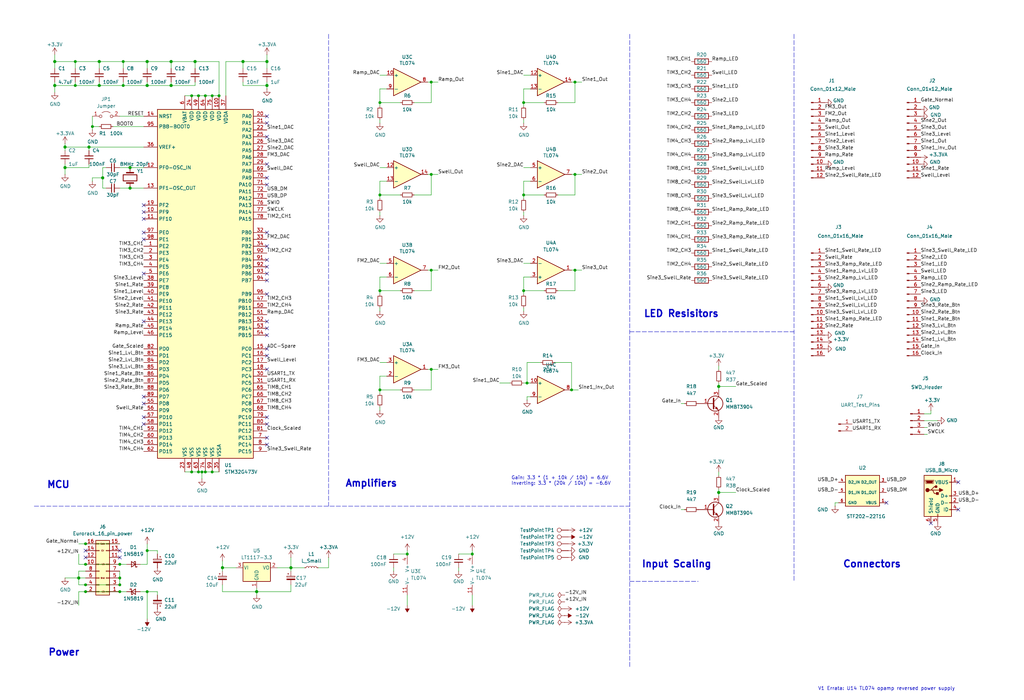
<source format=kicad_sch>
(kicad_sch (version 20231120) (generator "eeschema") (generator_version "8.0")
  (paper "User" 380 260)
  (title_block (title "Quango Components") (company "Mountjoy Modular"))
  (junction (at 36.83 22.86) (diameter 1.016))
  (junction (at 76.2 175.26))
  (junction (at 45.72 31.75))
  (junction (at 63.5 22.86) (diameter 1.016))
  (junction (at 73.66 175.26))
  (junction (at 34.29 46.99))
  (junction (at 90.17 22.86) (diameter 1.016))
  (junction (at 78.74 35.56))
  (junction (at 213.36 64.77))
  (junction (at 54.61 22.86) (diameter 1.016))
  (junction (at 140.97 72.39))
  (junction (at 74.93 175.26))
  (junction (at 72.39 22.86) (diameter 1.016))
  (junction (at 266.7 143.51) (diameter 1.016))
  (junction (at 24.13 54.61) (diameter 1.016))
  (junction (at 48.26 69.85) (diameter 1.016))
  (junction (at 31.75 209.55))
  (junction (at 194.31 107.95))
  (junction (at 45.72 22.86))
  (junction (at 27.94 31.75))
  (junction (at 99.06 22.86) (diameter 1.016))
  (junction (at 140.97 144.78))
  (junction (at 82.55 210.82) (diameter 1.016))
  (junction (at 160.02 64.77))
  (junction (at 160.02 137.16))
  (junction (at 160.02 30.48))
  (junction (at 99.06 31.75) (diameter 1.016))
  (junction (at 63.5 31.75) (diameter 1.016))
  (junction (at 31.75 217.17))
  (junction (at 76.2 35.56))
  (junction (at 20.32 31.75) (diameter 1.016))
  (junction (at 107.95 210.82) (diameter 1.016))
  (junction (at 95.25 219.71) (diameter 1.016))
  (junction (at 54.61 219.71))
  (junction (at 73.66 35.56))
  (junction (at 140.97 107.95))
  (junction (at 33.02 54.61) (diameter 1.016))
  (junction (at 44.45 209.55))
  (junction (at 31.75 219.71))
  (junction (at 194.31 38.1))
  (junction (at 38.1 66.04) (diameter 1.016))
  (junction (at 175.26 205.74))
  (junction (at 29.21 214.63) (diameter 1.016))
  (junction (at 81.28 35.56))
  (junction (at 71.12 35.56))
  (junction (at 151.13 205.74))
  (junction (at 44.45 219.71))
  (junction (at 31.75 201.93))
  (junction (at 71.12 175.26))
  (junction (at 160.02 100.33))
  (junction (at 36.83 31.75) (diameter 1.016))
  (junction (at 24.13 62.23) (diameter 1.016))
  (junction (at 140.97 38.1))
  (junction (at 27.94 22.86))
  (junction (at 44.45 217.17))
  (junction (at 44.45 214.63))
  (junction (at 20.32 22.86) (diameter 1.016))
  (junction (at 213.36 30.48))
  (junction (at 195.58 142.24))
  (junction (at 266.7 182.88) (diameter 1.016))
  (junction (at 78.74 175.26))
  (junction (at 48.26 62.23) (diameter 1.016))
  (junction (at 54.61 204.47))
  (junction (at 194.31 72.39))
  (junction (at 54.61 31.75) (diameter 1.016))
  (junction (at 213.36 100.33))
  (junction (at 212.09 144.78))
  (no_connect (at 99.06 96.52))
  (no_connect (at 53.34 147.32))
  (no_connect (at 99.06 99.06))
  (no_connect (at 99.06 66.04))
  (no_connect (at 99.06 129.54))
  (no_connect (at 53.34 154.94))
  (no_connect (at 31.75 204.47))
  (no_connect (at 53.34 78.74))
  (no_connect (at 99.06 50.8))
  (no_connect (at 99.06 121.92))
  (no_connect (at 99.06 162.56))
  (no_connect (at 355.6 179.07))
  (no_connect (at 99.06 109.22))
  (no_connect (at 31.75 207.01))
  (no_connect (at 99.06 154.94))
  (no_connect (at 53.34 86.36))
  (no_connect (at 99.06 101.6))
  (no_connect (at 53.34 149.86))
  (no_connect (at 345.44 194.31))
  (no_connect (at 99.06 119.38))
  (no_connect (at 53.34 88.9))
  (no_connect (at 44.45 207.01))
  (no_connect (at 99.06 124.46))
  (no_connect (at 99.06 68.58))
  (no_connect (at 53.34 157.48))
  (no_connect (at 99.06 157.48))
  (no_connect (at 99.06 60.96))
  (no_connect (at 99.06 165.1))
  (no_connect (at 328.93 186.69))
  (no_connect (at 53.34 101.6))
  (no_connect (at 53.34 76.2))
  (no_connect (at 53.34 81.28))
  (no_connect (at 99.06 91.44))
  (no_connect (at 99.06 104.14))
  (no_connect (at 355.6 189.23))
  (no_connect (at 99.06 45.72))
  (no_connect (at 53.34 119.38))
  (no_connect (at 44.45 204.47))
  (no_connect (at 99.06 86.36))
  (no_connect (at 99.06 137.16))
  (no_connect (at 99.06 132.08))
  (no_connect (at 99.06 43.18))
  (wire (pts (xy 74.93 175.26) (xy 76.2 175.26)))
  (wire (pts (xy 99.06 22.86) (xy 99.06 25.4)))
  (wire (pts (xy 194.31 67.31) (xy 196.85 67.31)))
  (wire (pts (xy 160.02 100.33) (xy 158.75 100.33)))
  (wire (pts (xy 38.1 69.85) (xy 39.37 69.85)))
  (wire (pts (xy 63.5 30.48) (xy 63.5 31.75)))
  (wire (pts (xy 213.36 100.33) (xy 212.09 100.33)))
  (wire (pts (xy 194.31 102.87) (xy 194.31 107.95)))
  (wire (pts (xy 31.75 201.93) (xy 44.45 201.93)))
  (wire (pts (xy 44.45 69.85) (xy 48.26 69.85)))
  (wire (pts (xy 160.02 107.95) (xy 160.02 100.33)))
  (wire (pts (xy 44.45 219.71) (xy 46.99 219.71)))
  (wire (pts (xy 170.18 210.82) (xy 170.18 212.09)))
  (wire (pts (xy 140.97 134.62) (xy 143.51 134.62)))
  (wire (pts (xy 54.61 22.86) (xy 63.5 22.86)))
  (wire (pts (xy 146.05 205.74) (xy 151.13 205.74)))
  (wire (pts (xy 24.13 62.23) (xy 24.13 64.77)))
  (wire (pts (xy 342.9 153.67) (xy 345.44 153.67)))
  (wire (pts (xy 58.42 205.74) (xy 58.42 204.47)))
  (wire (pts (xy 107.95 210.82) (xy 107.95 207.01)))
  (wire (pts (xy 68.58 35.56) (xy 71.12 35.56)))
  (wire (pts (xy 153.67 72.39) (xy 160.02 72.39)))
  (wire (pts (xy 252.73 149.86) (xy 254 149.86)))
  (wire (pts (xy 213.36 30.48) (xy 212.09 30.48)))
  (wire (pts (xy 207.01 72.39) (xy 213.36 72.39)))
  (wire (pts (xy 194.31 78.74) (xy 194.31 80.01)))
  (wire (pts (xy 33.02 60.96) (xy 33.02 62.23)))
  (wire (pts (xy 54.61 204.47) (xy 58.42 204.47)))
  (wire (pts (xy 95.25 219.71) (xy 107.95 219.71)))
  (wire (pts (xy 54.61 201.93) (xy 54.61 204.47)))
  (wire (pts (xy 44.45 209.55) (xy 46.99 209.55)))
  (wire (pts (xy 194.31 62.23) (xy 196.85 62.23)))
  (wire (pts (xy 76.2 175.26) (xy 78.74 175.26)))
  (wire (pts (xy 95.25 219.71) (xy 95.25 220.98)))
  (wire (pts (xy 266.7 182.88) (xy 266.7 184.15)))
  (wire (pts (xy 72.39 30.48) (xy 72.39 31.75)))
  (wire (pts (xy 29.21 219.71) (xy 31.75 219.71)))
  (wire (pts (xy 45.72 31.75) (xy 54.61 31.75)))
  (wire (pts (xy 140.97 102.87) (xy 143.51 102.87)))
  (wire (pts (xy 38.1 66.04) (xy 38.1 69.85)))
  (wire (pts (xy 140.97 38.1) (xy 140.97 39.37)))
  (polyline (pts (xy 233.68 12.7) (xy 233.68 247.65)) (stroke (width 0) (type dash)))
  (wire (pts (xy 140.97 139.7) (xy 140.97 144.78)))
  (wire (pts (xy 215.9 30.48) (xy 213.36 30.48)))
  (wire (pts (xy 29.21 209.55) (xy 31.75 209.55)))
  (wire (pts (xy 153.67 38.1) (xy 160.02 38.1)))
  (wire (pts (xy 63.5 22.86) (xy 72.39 22.86)))
  (wire (pts (xy 140.97 144.78) (xy 148.59 144.78)))
  (wire (pts (xy 36.83 22.86) (xy 45.72 22.86)))
  (wire (pts (xy 200.66 134.62) (xy 195.58 134.62)))
  (wire (pts (xy 34.29 66.04) (xy 38.1 66.04)))
  (wire (pts (xy 213.36 38.1) (xy 213.36 30.48)))
  (wire (pts (xy 44.45 212.09) (xy 44.45 214.63)))
  (polyline (pts (xy 233.68 215.9) (xy 259.08 215.9)) (stroke (width 0) (type dash)))
  (wire (pts (xy 20.32 25.4) (xy 20.32 22.86)))
  (wire (pts (xy 213.36 72.39) (xy 213.36 64.77)))
  (wire (pts (xy 151.13 204.47) (xy 151.13 205.74)))
  (wire (pts (xy 82.55 210.82) (xy 82.55 212.09)))
  (wire (pts (xy 82.55 217.17) (xy 82.55 219.71)))
  (wire (pts (xy 82.55 208.28) (xy 82.55 210.82)))
  (wire (pts (xy 266.7 142.24) (xy 266.7 143.51)))
  (wire (pts (xy 140.97 38.1) (xy 148.59 38.1)))
  (wire (pts (xy 140.97 27.94) (xy 143.51 27.94)))
  (wire (pts (xy 212.09 134.62) (xy 212.09 144.78)))
  (wire (pts (xy 140.97 44.45) (xy 140.97 45.72)))
  (wire (pts (xy 194.31 38.1) (xy 201.93 38.1)))
  (wire (pts (xy 162.56 30.48) (xy 160.02 30.48)))
  (wire (pts (xy 175.26 204.47) (xy 175.26 205.74)))
  (wire (pts (xy 107.95 210.82) (xy 113.03 210.82)))
  (wire (pts (xy 212.09 144.78) (xy 214.63 144.78)))
  (wire (pts (xy 207.01 38.1) (xy 213.36 38.1)))
  (wire (pts (xy 78.74 175.26) (xy 81.28 175.26)))
  (wire (pts (xy 72.39 22.86) (xy 72.39 25.4)))
  (wire (pts (xy 140.97 78.74) (xy 140.97 80.01)))
  (wire (pts (xy 140.97 67.31) (xy 143.51 67.31)))
  (wire (pts (xy 68.58 175.26) (xy 71.12 175.26)))
  (wire (pts (xy 20.32 20.32) (xy 20.32 22.86)))
  (wire (pts (xy 36.83 22.86) (xy 36.83 25.4)))
  (wire (pts (xy 309.88 186.69) (xy 311.15 186.69)))
  (wire (pts (xy 81.28 22.86) (xy 81.28 35.56)))
  (wire (pts (xy 118.11 210.82) (xy 121.92 210.82)))
  (wire (pts (xy 48.26 62.23) (xy 53.34 62.23)))
  (polyline (pts (xy 12.7 187.96) (xy 233.68 187.96)) (stroke (width 0) (type dash)))
  (wire (pts (xy 45.72 30.48) (xy 45.72 31.75)))
  (wire (pts (xy 205.74 134.62) (xy 212.09 134.62)))
  (wire (pts (xy 140.97 114.3) (xy 140.97 115.57)))
  (wire (pts (xy 194.31 107.95) (xy 201.93 107.95)))
  (wire (pts (xy 140.97 97.79) (xy 143.51 97.79)))
  (wire (pts (xy 74.93 175.26) (xy 74.93 177.8)))
  (wire (pts (xy 195.58 142.24) (xy 196.85 142.24)))
  (wire (pts (xy 160.02 30.48) (xy 158.75 30.48)))
  (wire (pts (xy 194.31 33.02) (xy 194.31 38.1)))
  (wire (pts (xy 140.97 107.95) (xy 148.59 107.95)))
  (wire (pts (xy 27.94 30.48) (xy 27.94 31.75)))
  (wire (pts (xy 41.91 46.99) (xy 53.34 46.99)))
  (wire (pts (xy 29.21 205.74) (xy 29.21 209.55)))
  (wire (pts (xy 54.61 219.71) (xy 58.42 219.71)))
  (wire (pts (xy 215.9 100.33) (xy 213.36 100.33)))
  (wire (pts (xy 44.45 62.23) (xy 48.26 62.23)))
  (wire (pts (xy 24.13 53.34) (xy 24.13 54.61)))
  (wire (pts (xy 29.21 201.93) (xy 31.75 201.93)))
  (wire (pts (xy 31.75 209.55) (xy 44.45 209.55)))
  (wire (pts (xy 162.56 137.16) (xy 160.02 137.16)))
  (wire (pts (xy 99.06 31.75) (xy 99.06 33.02)))
  (wire (pts (xy 29.21 214.63) (xy 31.75 214.63)))
  (wire (pts (xy 194.31 107.95) (xy 194.31 109.22)))
  (wire (pts (xy 140.97 144.78) (xy 140.97 146.05)))
  (wire (pts (xy 71.12 175.26) (xy 73.66 175.26)))
  (wire (pts (xy 83.82 22.86) (xy 83.82 35.56)))
  (wire (pts (xy 54.61 22.86) (xy 54.61 25.4)))
  (wire (pts (xy 196.85 147.32) (xy 195.58 147.32)))
  (wire (pts (xy 52.07 209.55) (xy 54.61 209.55)))
  (wire (pts (xy 34.29 43.18) (xy 34.29 46.99)))
  (polyline (pts (xy 233.68 123.19) (xy 294.64 123.19)) (stroke (width 0) (type dash)))
  (wire (pts (xy 73.66 35.56) (xy 76.2 35.56)))
  (wire (pts (xy 170.18 205.74) (xy 175.26 205.74)))
  (wire (pts (xy 24.13 54.61) (xy 33.02 54.61)))
  (wire (pts (xy 29.21 212.09) (xy 29.21 214.63)))
  (wire (pts (xy 20.32 22.86) (xy 27.94 22.86)))
  (wire (pts (xy 29.21 217.17) (xy 31.75 217.17)))
  (wire (pts (xy 36.83 31.75) (xy 45.72 31.75)))
  (wire (pts (xy 342.9 156.21) (xy 347.98 156.21)))
  (wire (pts (xy 45.72 22.86) (xy 54.61 22.86)))
  (wire (pts (xy 194.31 38.1) (xy 194.31 39.37)))
  (wire (pts (xy 160.02 144.78) (xy 160.02 137.16)))
  (wire (pts (xy 207.01 107.95) (xy 213.36 107.95)))
  (wire (pts (xy 45.72 22.86) (xy 45.72 25.4)))
  (wire (pts (xy 24.13 55.88) (xy 24.13 54.61)))
  (wire (pts (xy 38.1 62.23) (xy 39.37 62.23)))
  (wire (pts (xy 99.06 20.32) (xy 99.06 22.86)))
  (wire (pts (xy 95.25 218.44) (xy 95.25 219.71)))
  (wire (pts (xy 266.7 181.61) (xy 266.7 182.88)))
  (wire (pts (xy 194.31 44.45) (xy 194.31 45.72)))
  (wire (pts (xy 266.7 143.51) (xy 266.7 144.78)))
  (wire (pts (xy 175.26 220.98) (xy 175.26 224.79)))
  (wire (pts (xy 140.97 72.39) (xy 140.97 73.66)))
  (wire (pts (xy 38.1 62.23) (xy 38.1 66.04)))
  (wire (pts (xy 90.17 22.86) (xy 99.06 22.86)))
  (wire (pts (xy 27.94 22.86) (xy 27.94 25.4)))
  (wire (pts (xy 33.02 54.61) (xy 33.02 55.88)))
  (wire (pts (xy 194.31 27.94) (xy 196.85 27.94)))
  (wire (pts (xy 194.31 142.24) (xy 195.58 142.24)))
  (wire (pts (xy 34.29 48.26) (xy 34.29 46.99)))
  (wire (pts (xy 73.66 175.26) (xy 74.93 175.26)))
  (wire (pts (xy 54.61 219.71) (xy 54.61 229.87)))
  (wire (pts (xy 153.67 107.95) (xy 160.02 107.95)))
  (wire (pts (xy 266.7 135.89) (xy 266.7 137.16)))
  (wire (pts (xy 194.31 33.02) (xy 196.85 33.02)))
  (wire (pts (xy 90.17 30.48) (xy 90.17 31.75)))
  (wire (pts (xy 33.02 54.61) (xy 53.34 54.61)))
  (wire (pts (xy 194.31 102.87) (xy 196.85 102.87)))
  (wire (pts (xy 31.75 219.71) (xy 44.45 219.71)))
  (wire (pts (xy 27.94 31.75) (xy 36.83 31.75)))
  (wire (pts (xy 34.29 67.31) (xy 34.29 66.04)))
  (wire (pts (xy 76.2 35.56) (xy 78.74 35.56)))
  (wire (pts (xy 90.17 25.4) (xy 90.17 22.86)))
  (wire (pts (xy 151.13 220.98) (xy 151.13 224.79)))
  (wire (pts (xy 54.61 30.48) (xy 54.61 31.75)))
  (wire (pts (xy 140.97 72.39) (xy 148.59 72.39)))
  (wire (pts (xy 82.55 219.71) (xy 95.25 219.71)))
  (wire (pts (xy 52.07 219.71) (xy 54.61 219.71)))
  (wire (pts (xy 213.36 107.95) (xy 213.36 100.33)))
  (wire (pts (xy 160.02 72.39) (xy 160.02 64.77)))
  (wire (pts (xy 90.17 22.86) (xy 83.82 22.86)))
  (wire (pts (xy 24.13 214.63) (xy 29.21 214.63)))
  (wire (pts (xy 102.87 210.82) (xy 107.95 210.82)))
  (wire (pts (xy 29.21 212.09) (xy 31.75 212.09)))
  (wire (pts (xy 160.02 38.1) (xy 160.02 30.48)))
  (wire (pts (xy 140.97 107.95) (xy 140.97 109.22)))
  (wire (pts (xy 194.31 67.31) (xy 194.31 72.39)))
  (wire (pts (xy 140.97 151.13) (xy 140.97 152.4)))
  (wire (pts (xy 54.61 204.47) (xy 54.61 209.55)))
  (wire (pts (xy 344.17 161.29) (xy 342.9 161.29)))
  (wire (pts (xy 48.26 69.85) (xy 53.34 69.85)))
  (wire (pts (xy 20.32 31.75) (xy 20.32 34.29)))
  (wire (pts (xy 140.97 62.23) (xy 143.51 62.23)))
  (wire (pts (xy 107.95 219.71) (xy 107.95 217.17)))
  (wire (pts (xy 20.32 30.48) (xy 20.32 31.75)))
  (wire (pts (xy 185.42 142.24) (xy 189.23 142.24)))
  (wire (pts (xy 140.97 102.87) (xy 140.97 107.95)))
  (wire (pts (xy 215.9 64.77) (xy 213.36 64.77)))
  (wire (pts (xy 195.58 147.32) (xy 195.58 148.59)))
  (wire (pts (xy 309.88 187.96) (xy 309.88 186.69)))
  (wire (pts (xy 162.56 64.77) (xy 160.02 64.77)))
  (wire (pts (xy 160.02 64.77) (xy 158.75 64.77)))
  (wire (pts (xy 194.31 114.3) (xy 194.31 115.57)))
  (wire (pts (xy 54.61 31.75) (xy 63.5 31.75)))
  (wire (pts (xy 72.39 22.86) (xy 81.28 22.86)))
  (wire (pts (xy 34.29 46.99) (xy 36.83 46.99)))
  (wire (pts (xy 63.5 31.75) (xy 72.39 31.75)))
  (wire (pts (xy 36.83 30.48) (xy 36.83 31.75)))
  (wire (pts (xy 90.17 31.75) (xy 99.06 31.75)))
  (wire (pts (xy 140.97 33.02) (xy 140.97 38.1)))
  (wire (pts (xy 194.31 72.39) (xy 201.93 72.39)))
  (wire (pts (xy 146.05 210.82) (xy 146.05 212.09)))
  (wire (pts (xy 29.21 214.63) (xy 29.21 217.17)))
  (wire (pts (xy 140.97 67.31) (xy 140.97 72.39)))
  (wire (pts (xy 24.13 62.23) (xy 33.02 62.23)))
  (wire (pts (xy 266.7 175.26) (xy 266.7 176.53)))
  (wire (pts (xy 160.02 137.16) (xy 158.75 137.16)))
  (wire (pts (xy 44.45 43.18) (xy 53.34 43.18)))
  (wire (pts (xy 29.21 219.71) (xy 29.21 224.79)))
  (wire (pts (xy 71.12 35.56) (xy 73.66 35.56)))
  (wire (pts (xy 99.06 30.48) (xy 99.06 31.75)))
  (wire (pts (xy 342.9 158.75) (xy 344.17 158.75)))
  (wire (pts (xy 78.74 35.56) (xy 81.28 35.56)))
  (wire (pts (xy 58.42 220.98) (xy 58.42 219.71)))
  (wire (pts (xy 140.97 33.02) (xy 143.51 33.02)))
  (wire (pts (xy 213.36 64.77) (xy 212.09 64.77)))
  (wire (pts (xy 345.44 153.67) (xy 345.44 152.4)))
  (wire (pts (xy 162.56 100.33) (xy 160.02 100.33)))
  (wire (pts (xy 63.5 22.86) (xy 63.5 25.4)))
  (wire (pts (xy 27.94 22.86) (xy 36.83 22.86)))
  (wire (pts (xy 194.31 72.39) (xy 194.31 73.66)))
  (wire (pts (xy 153.67 144.78) (xy 160.02 144.78)))
  (wire (pts (xy 44.45 214.63) (xy 44.45 217.17)))
  (wire (pts (xy 24.13 60.96) (xy 24.13 62.23)))
  (wire (pts (xy 252.73 189.23) (xy 254 189.23)))
  (polyline (pts (xy 121.92 12.7) (xy 121.92 187.96)) (stroke (width 0) (type dash)))
  (wire (pts (xy 121.92 210.82) (xy 121.92 207.01)))
  (wire (pts (xy 31.75 217.17) (xy 44.45 217.17)))
  (wire (pts (xy 140.97 139.7) (xy 143.51 139.7)))
  (wire (pts (xy 82.55 210.82) (xy 87.63 210.82)))
  (wire (pts (xy 107.95 210.82) (xy 107.95 212.09)))
  (wire (pts (xy 266.7 143.51) (xy 273.05 143.51)))
  (polyline (pts (xy 294.64 12.7) (xy 294.64 215.9)) (stroke (width 0) (type dash)))
  (wire (pts (xy 20.32 31.75) (xy 27.94 31.75)))
  (wire (pts (xy 266.7 182.88) (xy 273.05 182.88)))
  (wire (pts (xy 195.58 134.62) (xy 195.58 142.24)))
  (wire (pts (xy 194.31 97.79) (xy 196.85 97.79)))
  (text "Connectors" (at 312.674 211.074 0) (effects (font (size 2.54 2.54) (thickness 0.508) (bold yes)) (justify left bottom)))
  (text "Power" (at 17.78 243.84 0) (effects (font (size 2.54 2.54) (thickness 0.508) (bold yes)) (justify left bottom)))
  (text "V1 Errata: U14 TL074 opamp reversed power supply" (at 303.53 256.54 0) (effects (font (size 1.27 1.27)) (justify left bottom)))
  (text "MCU" (at 17.272 181.61 0) (effects (font (size 2.54 2.54) (thickness 0.508) (bold yes)) (justify left bottom)))
  (text "Gain: 3.3 * (1 + 10k / 10k) = 6.6V\nInverting: 3.3 * (20k / 10k) = -6.6V" (at 189.738 180.34 0) (effects (font (size 1.27 1.27)) (justify left bottom)))
  (text "Input Scaling" (at 237.998 211.074 0) (effects (font (size 2.54 2.54) (thickness 0.508) (bold yes)) (justify left bottom)))
  (text "Amplifiers" (at 128.016 181.102 0) (effects (font (size 2.54 2.54) (thickness 0.508) (bold yes)) (justify left bottom)))
  (text "LED Resisitors" (at 238.76 118.11 0) (effects (font (size 2.54 2.54) (thickness 0.508) (bold yes)) (justify left bottom)))
  (label "Sine2_LED" (at 341.63 96.52 0))
  (label "USART1_TX" (at 316.23 157.48 0))
  (label "Sine1_Ramp_Lvl_LED" (at 264.16 48.26 0))
  (label "Sine1_DAC" (at 99.06 48.26 0))
  (label "Sine2_Rate" (at 53.34 114.3 180))
  (label "-12V_IN" (at 29.21 224.79 180))
  (label "TIM8_CH3" (at 99.06 149.86 0))
  (label "SWIO" (at 344.17 158.75 0))
  (label "Ramp_LED" (at 264.16 22.86 0))
  (label "FM3_DAC" (at 140.97 134.62 180))
  (label "TIM2_CH1" (at 256.54 83.82 180))
  (label "Gate_Normal" (at 341.63 38.1 0))
  (label "Swell_Out" (at 162.56 64.77 0))
  (label "USART1_RX" (at 99.06 142.24 0))
  (label "Ramp_DAC" (at 140.97 27.94 180))
  (label "FM3_DAC" (at 99.06 58.42 0))
  (label "Ramp_LED" (at 341.63 104.14 0))
  (label "Sine2_DAC" (at 99.06 55.88 0))
  (label "USB_DM" (at 99.06 71.12 0))
  (label "USB_DP" (at 328.93 179.07 0))
  (label "Sine1_Inv_Out" (at 341.63 55.88 0))
  (label "TIM3_CH3" (at 256.54 33.02 180))
  (label "Swell_Level" (at 341.63 66.04 0))
  (label "+12V_IN" (at 209.55 223.52 0))
  (label "Swell_Rate" (at 306.07 96.52 0))
  (label "Clock_Scaled" (at 273.05 182.88 0))
  (label "USB_DP" (at 99.06 73.66 0))
  (label "Sine1_LED" (at 264.16 33.02 0))
  (label "TIM2_CH3" (at 256.54 93.98 180))
  (label "Ramp_Rate" (at 306.07 58.42 0))
  (label "Sine3_Swell_Lvl_LED" (at 306.07 116.84 0))
  (label "TIM3_CH3" (at 53.34 96.52 180))
  (label "Gate_In" (at 252.73 149.86 180))
  (label "FM3_Out" (at 306.07 40.64 0))
  (label "Sine1_DAC" (at 185.42 142.24 180))
  (label "FM3_Out" (at 162.56 137.16 0))
  (label "Sine1_DAC" (at 194.31 27.94 180))
  (label "TIM3_CH2" (at 53.34 93.98 180))
  (label "Sine2_DAC" (at 194.31 62.23 180))
  (label "Clock_Scaled" (at 99.06 160.02 0))
  (label "Sine3_Rate_Btn" (at 341.63 114.3 0))
  (label "Gate_Scaled" (at 273.05 143.51 0))
  (label "Sine2_Ramp_Lvl_LED" (at 264.16 53.34 0))
  (label "Sine3_DAC" (at 99.06 53.34 0))
  (label "Swell_Level" (at 99.06 134.62 0))
  (label "TIM8_CH2" (at 256.54 68.58 180))
  (label "FM2_DAC" (at 140.97 97.79 180))
  (label "RESET" (at 53.34 43.18 180))
  (label "TIM2_CH3" (at 99.06 111.76 0))
  (label "Sine3_Level" (at 341.63 50.8 0))
  (label "Sine1_Swell_Rate_LED" (at 264.16 93.98 0))
  (label "Sine1_Inv_Out" (at 214.63 144.78 0))
  (label "TIM4_CH1" (at 256.54 88.9 180))
  (label "Sine3_Ramp_Lvl_LED" (at 306.07 109.22 0))
  (label "Sine1_Rate" (at 53.34 106.68 180))
  (label "Sine1_Swell_Lvl_LED" (at 306.07 111.76 0))
  (label "Sine2_Lvl_Btn" (at 341.63 124.46 0))
  (label "FM2_DAC" (at 99.06 88.9 0))
  (label "Sine2_Rate_Btn" (at 53.34 142.24 180))
  (label "Sine2_Ramp_Lvl_LED" (at 306.07 104.14 0))
  (label "TIM8_CH4" (at 256.54 78.74 180))
  (label "TIM4_CH2" (at 256.54 48.26 180))
  (label "TIM4_CH4" (at 256.54 58.42 180))
  (label "TIM2_CH1" (at 99.06 81.28 0))
  (label "Sine2_Ramp_Rate_LED" (at 341.63 106.68 0))
  (label "Sine3_Swell_Rate" (at 99.06 167.64 0))
  (label "Sine2_Swell_Lvl_LED" (at 306.07 114.3 0))
  (label "Sine3_Out" (at 215.9 100.33 0))
  (label "TIM8_CH4" (at 99.06 152.4 0))
  (label "Sine2_Level" (at 53.34 111.76 180))
  (label "SWIO" (at 99.06 76.2 0))
  (label "TIM2_CH4" (at 256.54 99.06 180))
  (label "Gate_In" (at 341.63 129.54 0))
  (label "Sine3_Level" (at 53.34 104.14 180))
  (label "Sine1_Swell_Rate_LED" (at 306.07 93.98 0))
  (label "Ramp_Level" (at 306.07 63.5 0))
  (label "Ramp_Out" (at 306.07 45.72 0))
  (label "Sine3_Rate_Btn" (at 53.34 144.78 180))
  (label "TIM4_CH1" (at 53.34 160.02 180))
  (label "Ramp_DAC" (at 99.06 116.84 0))
  (label "BOOT0" (at 43.18 46.99 0))
  (label "Swell_DAC" (at 140.97 62.23 180))
  (label "Swell_DAC" (at 99.06 63.5 0))
  (label "Sine1_Rate_Btn" (at 341.63 119.38 0))
  (label "Clock_In" (at 341.63 132.08 0))
  (label "Sine3_Ramp_Rate_LED" (at 306.07 99.06 0))
  (label "Sine2_Lvl_Btn" (at 53.34 134.62 180))
  (label "Sine1_Out" (at 215.9 30.48 0))
  (label "Swell_LED" (at 264.16 27.94 0))
  (label "TIM8_CH3" (at 256.54 73.66 180))
  (label "FM2_Out" (at 162.56 100.33 0))
  (label "Sine2_Out" (at 341.63 45.72 0))
  (label "Sine1_Level" (at 306.07 50.8 0))
  (label "Sine3_Ramp_Rate_LED" (at 264.16 88.9 0))
  (label "Sine1_Swell_Lvl_LED" (at 264.16 63.5 0))
  (label "Sine3_LED" (at 341.63 109.22 0))
  (label "Sine2_Level" (at 306.07 53.34 0))
  (label "Ramp_Out" (at 162.56 30.48 0))
  (label "Sine1_LED" (at 341.63 99.06 0))
  (label "Sine1_Lvl_Btn" (at 341.63 127 0))
  (label "Sine2_LED" (at 264.16 38.1 0))
  (label "Sine3_Swell_Rate_LED" (at 341.63 93.98 0))
  (label "ADC-Spare" (at 99.06 129.54 0))
  (label "Sine3_Swell_Rate" (at 256.54 104.14 180))
  (label "FM2_Out" (at 306.07 43.18 0))
  (label "Clock_In" (at 252.73 189.23 180))
  (label "-12V_IN" (at 209.55 220.98 0))
  (label "Sine3_Lvl_Btn" (at 53.34 137.16 180))
  (label "TIM8_CH1" (at 99.06 144.78 0))
  (label "Gate_Scaled" (at 53.34 129.54 180))
  (label "Ramp_Rate" (at 53.34 121.92 180))
  (label "Sine1_Ramp_Lvl_LED" (at 306.07 101.6 0))
  (label "TIM8_CH1" (at 256.54 63.5 180))
  (label "Sine3_Lvl_Btn" (at 341.63 121.92 0))
  (label "Sine2_Swell_Lvl_LED" (at 264.16 68.58 0))
  (label "Sine3_LED" (at 264.16 43.18 0))
  (label "Sine3_Swell_Lvl_LED" (at 264.16 73.66 0))
  (label "Sine2_Ramp_Rate_LED" (at 264.16 83.82 0))
  (label "TIM4_CH3" (at 53.34 165.1 180))
  (label "TIM8_CH2" (at 99.06 147.32 0))
  (label "Sine2_Out" (at 215.9 64.77 0))
  (label "USB_D+" (at 311.15 179.07 180))
  (label "Swell_Rate" (at 53.34 152.4 180))
  (label "USB_D-" (at 311.15 182.88 180))
  (label "TIM2_CH4" (at 99.06 114.3 0))
  (label "USB_D-" (at 355.6 186.69 0))
  (label "Sine2_Swell_Rate_LED" (at 264.16 99.06 0))
  (label "TIM4_CH4" (at 53.34 167.64 180))
  (label "TIM2_CH2" (at 99.06 93.98 0))
  (label "Sine2_Rate_Btn" (at 341.63 116.84 0))
  (label "TIM3_CH1" (at 256.54 22.86 180))
  (label "Ramp_Level" (at 53.34 124.46 180))
  (label "TIM4_CH3" (at 256.54 53.34 180))
  (label "SWCLK" (at 99.06 78.74 0))
  (label "Sine2_Rate" (at 306.07 121.92 0))
  (label "USART1_RX" (at 316.23 160.02 0))
  (label "Swell_Out" (at 306.07 48.26 0))
  (label "Sine1_Rate_Btn" (at 53.34 139.7 180))
  (label "Sine1_Ramp_Rate_LED" (at 264.16 78.74 0))
  (label "Sine1_Lvl_Btn" (at 53.34 132.08 180))
  (label "TIM3_CH4" (at 256.54 38.1 180))
  (label "TIM3_CH4" (at 53.34 99.06 180))
  (label "Sine1_Out" (at 341.63 53.34 0))
  (label "Sine3_Out" (at 341.63 48.26 0))
  (label "Sine1_Rate" (at 341.63 63.5 0))
  (label "Swell_LED" (at 341.63 101.6 0))
  (label "TIM2_CH2" (at 256.54 43.18 180))
  (label "USB_DM" (at 328.93 182.88 0))
  (label "USB_D+" (at 355.6 184.15 0))
  (label "Sine2_Swell_Rate_LED" (at 306.07 66.04 0))
  (label "Sine3_Rate" (at 53.34 116.84 180))
  (label "SWCLK" (at 344.17 161.29 0))
  (label "Gate_Normal" (at 29.21 201.93 180))
  (label "Sine3_Ramp_Lvl_LED" (at 264.16 58.42 0))
  (label "TIM3_CH1" (at 53.34 91.44 180))
  (label "TIM3_CH2" (at 256.54 27.94 180))
  (label "Sine3_Rate" (at 306.07 55.88 0))
  (label "Sine1_Ramp_Rate_LED" (at 306.07 119.38 0))
  (label "Sine3_DAC" (at 194.31 97.79 180))
  (label "Sine3_Swell_Rate_LED" (at 264.16 104.14 0))
  (label "USART1_TX" (at 99.06 139.7 0))
  (label "Sine1_Level" (at 53.34 109.22 180))
  (label "TIM4_CH2" (at 53.34 162.56 180))
  (label "+12V_IN" (at 29.21 205.74 180))
  (symbol (lib_id "Device:R_Small") (at 204.47 38.1 270) (unit 1)
    (property "Reference" "R15" (at 204.47 35.56 90))
    (property "Value" "10k" (at 204.47 40.64 90))
    (property "Footprint" "Resistor_SMD:R_0603_1608Metric" (effects (hide yes)))
    (property "Description" "Resistor, small symbol" (effects (hide yes)))
  )
  (symbol (lib_id "Device:R_Small") (at 194.31 41.91 180) (unit 1)
    (property "Reference" "R11" (at 190.5 40.64 0))
    (property "Value" "10k" (at 190.5 43.18 0))
    (property "Footprint" "Resistor_SMD:R_0603_1608Metric" (effects (hide yes)))
    (property "Description" "Resistor, small symbol" (effects (hide yes)))
  )
  (symbol (lib_id "Device:C_Small") (at 90.17 27.94 180) (unit 1)
    (property "Reference" "C15" (at 91.44 25.3999 0) (effects (justify right)))
    (property "Value" "10nF" (at 91.44 30.4799 0) (effects (justify right)))
    (property "Footprint" "Capacitor_SMD:C_0603_1608Metric" (effects (hide yes)))
    (property "Description" "Unpolarized capacitor, small symbol" (effects (hide yes)))
    (property "Part_Number" "C57112" (effects (hide yes)))
  )
  (symbol (lib_id "power:+12V") (at 175.26 204.47 0) (unit 1)
    (property "Reference" "#PWR052" (effects (hide yes)))
    (property "Value" "+12V" (at 175.26 199.39 0))
    (property "Description" "Power symbol creates a global label with name \"+12V\"" (effects (hide yes)))
  )
  (symbol (lib_id "Device:R_Small") (at 256.54 189.23 90) (unit 1)
    (property "Reference" "R19" (at 256.54 182.88 90))
    (property "Value" "4k7" (at 256.54 185.42 90))
    (property "Footprint" "Resistor_SMD:R_0603_1608Metric" (effects (hide yes)))
    (property "Description" "Resistor, small symbol" (effects (hide yes)))
    (property "Part_Number" "C23162" (effects (hide yes)))
  )
  (symbol (lib_id "power:GND") (at 306.07 38.1 90) (unit 1)
    (property "Reference" "#PWR046" (effects (hide yes)))
    (property "Value" "GND" (at 309.118 37.338 90) (effects (justify right)))
    (property "Description" "Power symbol creates a global label with name \"GND\" , ground" (effects (hide yes)))
  )
  (symbol (lib_id "Device:R_Small") (at 140.97 76.2 180) (unit 1)
    (property "Reference" "R3" (at 137.16 74.93 0))
    (property "Value" "10k" (at 137.16 77.47 0))
    (property "Footprint" "Resistor_SMD:R_0603_1608Metric" (effects (hide yes)))
    (property "Description" "Resistor, small symbol" (effects (hide yes)))
  )
  (symbol (lib_id "power:GND") (at 74.93 177.8 0) (unit 1)
    (property "Reference" "#PWR028" (effects (hide yes)))
    (property "Value" "GND" (at 75.057 182.1942 0))
    (property "Description" "Power symbol creates a global label with name \"GND\" , ground" (effects (hide yes)))
  )
  (symbol (lib_id "power:GND") (at 341.63 60.96 90) (unit 1)
    (property "Reference" "#PWR01" (effects (hide yes)))
    (property "Value" "GND" (at 344.932 60.198 90) (effects (justify right)))
    (property "Description" "Power symbol creates a global label with name \"GND\" , ground" (effects (hide yes)))
  )
  (symbol (lib_id "Amplifier_Operational:TL074") (at 151.13 30.48 0) (unit 3)
    (property "Reference" "U3" (at 151.13 21.1582 0))
    (property "Value" "TL074" (at 151.13 23.4696 0))
    (property "Footprint" "Package_SO:TSSOP-14_4.4x5mm_P0.65mm" (effects (hide yes)))
    (property "Datasheet" "http://www.ti.com/lit/ds/symlink/tl071.pdf" (effects (hide yes)))
    (property "Description" "Quad Low-Noise JFET-Input Operational Amplifiers, DIP-14/SOIC-14" (effects (hide yes)))
  )
  (symbol (lib_id "Device:C_Polarized_Small") (at 107.95 214.63 0) (unit 1)
    (property "Reference" "C17" (at 111.76 214.63 0))
    (property "Value" "22uF" (at 111.76 217.17 0))
    (property "Footprint" "Capacitor_SMD:CP_Elec_4x5.8" (effects (hide yes)))
    (property "Description" "Polarized capacitor, small symbol" (effects (hide yes)))
  )
  (symbol (lib_id "power:PWR_FLAG") (at 209.55 231.14 90) (unit 1)
    (property "Reference" "#FLG05" (effects (hide yes)))
    (property "Value" "PWR_FLAG" (at 205.74 231.14 90) (effects (justify left)))
    (property "Description" "Special symbol for telling ERC where power comes from" (effects (hide yes)))
  )
  (symbol (lib_id "Connector:TestPoint") (at 210.82 207.01 90) (mirror x) (unit 1)
    (property "Reference" "TP5" (at 205.74 207.0099 90) (effects (justify left)))
    (property "Value" "TestPoint" (at 201.93 207.01 90) (effects (justify left)))
    (property "Footprint" "Custom_Footprints:1mm_Test_Point" (effects (hide yes)))
    (property "Description" "test point" (effects (hide yes)))
  )
  (symbol (lib_id "Device:R") (at 260.35 38.1 270) (unit 1)
    (property "Reference" "R23" (at 260.35 35.56 90))
    (property "Value" "560" (at 260.35 38.1 90))
    (property "Footprint" "Resistor_SMD:R_0603_1608Metric" (effects (hide yes)))
    (property "Description" "Resistor" (effects (hide yes)))
    (property "Part_Number" "C23212 " (effects (hide yes)))
  )
  (symbol (lib_id "Device:R") (at 260.35 43.18 270) (unit 1)
    (property "Reference" "R24" (at 260.35 40.64 90))
    (property "Value" "560" (at 260.35 43.18 90))
    (property "Footprint" "Resistor_SMD:R_0603_1608Metric" (effects (hide yes)))
    (property "Description" "Resistor" (effects (hide yes)))
    (property "Part_Number" "C23212 " (effects (hide yes)))
  )
  (symbol (lib_id "power:+3.3V") (at 345.44 152.4 0) (unit 1)
    (property "Reference" "#PWR010" (effects (hide yes)))
    (property "Value" "+3.3V" (at 342.9 148.59 0) (effects (justify left)))
    (property "Description" "Power symbol creates a global label with name \"+3.3V\"" (effects (hide yes)))
  )
  (symbol (lib_id "power:PWR_FLAG") (at 209.55 220.98 90) (unit 1)
    (property "Reference" "#FLG01" (effects (hide yes)))
    (property "Value" "PWR_FLAG" (at 205.74 220.98 90) (effects (justify left)))
    (property "Description" "Special symbol for telling ERC where power comes from" (effects (hide yes)))
  )
  (symbol (lib_id "power:+3.3V") (at 20.32 20.32 0) (unit 1)
    (property "Reference" "#PWR015" (effects (hide yes)))
    (property "Value" "+3.3V" (at 20.32 16.51 0))
    (property "Description" "Power symbol creates a global label with name \"+3.3V\"" (effects (hide yes)))
  )
  (symbol (lib_id "Connector:Conn_01x16_Pin") (at 336.55 111.76 0) (unit 1)
    (property "Reference" "J4" (at 344.932 84.328 0))
    (property "Value" "Conn_01x16_Male" (at 344.932 87.63 0))
    (property "Footprint" "Connector_PinHeader_2.54mm:PinHeader_1x16_P2.54mm_Vertical" (effects (hide yes)))
    (property "Description" "Generic connector, single row, 01x16, script generated" (effects (hide yes)))
  )
  (symbol (lib_id "Connector:TestPoint") (at 210.82 199.39 90) (mirror x) (unit 1)
    (property "Reference" "TP2" (at 205.74 199.3899 90) (effects (justify left)))
    (property "Value" "TestPoint" (at 201.93 199.39 90) (effects (justify left)))
    (property "Footprint" "Custom_Footprints:1mm_Test_Point" (effects (hide yes)))
    (property "Description" "test point" (effects (hide yes)))
  )
  (symbol (lib_id "power:+3.3VA") (at 121.92 207.01 0) (unit 1)
    (property "Reference" "#PWR027" (effects (hide yes)))
    (property "Value" "+3.3VA" (at 121.92 203.2 0))
    (property "Description" "Power symbol creates a global label with name \"+3.3VA\"" (effects (hide yes)))
  )
  (symbol (lib_id "Device:R") (at 260.35 88.9 270) (unit 1)
    (property "Reference" "R33" (at 260.35 86.36 90))
    (property "Value" "560" (at 260.35 88.9 90))
    (property "Footprint" "Resistor_SMD:R_0603_1608Metric" (effects (hide yes)))
    (property "Description" "Resistor" (effects (hide yes)))
    (property "Part_Number" "C23212 " (effects (hide yes)))
  )
  (symbol (lib_id "power:+3.3VA") (at 209.55 231.14 270) (unit 1)
    (property "Reference" "#PWR08" (effects (hide yes)))
    (property "Value" "+3.3VA" (at 213.198 231.1387 90) (effects (justify left)))
    (property "Description" "Power symbol creates a global label with name \"+3.3VA\"" (effects (hide yes)))
  )
  (symbol (lib_id "Device:Crystal") (at 48.26 66.04 90) (unit 1)
    (property "Reference" "Y1" (at 50.8 63.5 90) (effects (justify right)))
    (property "Value" "8MHz 20pF" (at 44.45 60.96 90) (effects (justify right)))
    (property "Footprint" "Crystal:Crystal_SMD_0603-2Pin_6.0x3.5mm" (effects (hide yes)))
    (property "Description" "Two pin crystal" (effects (hide yes)))
    (property "Part_Number" "C115962" (effects (hide yes)))
  )
  (symbol (lib_id "Device:R_Small") (at 194.31 111.76 180) (unit 1)
    (property "Reference" "R13" (at 190.5 110.49 0))
    (property "Value" "10k" (at 190.5 113.03 0))
    (property "Footprint" "Resistor_SMD:R_0603_1608Metric" (effects (hide yes)))
    (property "Description" "Resistor, small symbol" (effects (hide yes)))
  )
  (symbol (lib_id "Device:R_Small") (at 151.13 107.95 270) (unit 1)
    (property "Reference" "R8" (at 151.13 105.41 90))
    (property "Value" "10k" (at 151.13 110.49 90))
    (property "Footprint" "Resistor_SMD:R_0603_1608Metric" (effects (hide yes)))
    (property "Description" "Resistor, small symbol" (effects (hide yes)))
  )
  (symbol (lib_id "Connector:Conn_01x12_Pin") (at 300.99 50.8 0) (unit 1)
    (property "Reference" "J1" (at 308.61 29.972 0))
    (property "Value" "Conn_01x12_Male" (at 309.118 33.02 0))
    (property "Footprint" "Connector_PinHeader_2.54mm:PinHeader_1x12_P2.54mm_Vertical" (effects (hide yes)))
    (property "Description" "Generic connector, single row, 01x12, script generated" (effects (hide yes)))
  )
  (symbol (lib_id "Device:R_Small") (at 256.54 149.86 90) (unit 1)
    (property "Reference" "R18" (at 256.54 143.51 90))
    (property "Value" "4k7" (at 256.54 146.05 90))
    (property "Footprint" "Resistor_SMD:R_0603_1608Metric" (effects (hide yes)))
    (property "Description" "Resistor, small symbol" (effects (hide yes)))
    (property "Part_Number" "C23162" (effects (hide yes)))
  )
  (symbol (lib_id "power:+3.3VA") (at 99.06 20.32 0) (unit 1)
    (property "Reference" "#PWR031" (effects (hide yes)))
    (property "Value" "+3.3VA" (at 99.06 16.51 0))
    (property "Description" "Power symbol creates a global label with name \"+3.3VA\"" (effects (hide yes)))
  )
  (symbol (lib_id "Amplifier_Operational:TL074") (at 151.13 137.16 0) (unit 1)
    (property "Reference" "U3" (at 151.13 127.8382 0))
    (property "Value" "TL074" (at 151.13 130.1496 0))
    (property "Footprint" "Package_SO:TSSOP-14_4.4x5mm_P0.65mm" (effects (hide yes)))
    (property "Datasheet" "http://www.ti.com/lit/ds/symlink/tl071.pdf" (effects (hide yes)))
    (property "Description" "Quad Low-Noise JFET-Input Operational Amplifiers, DIP-14/SOIC-14" (effects (hide yes)))
  )
  (symbol (lib_id "power:GND") (at 341.63 111.76 90) (unit 1)
    (property "Reference" "#PWR047" (effects (hide yes)))
    (property "Value" "GND" (at 344.932 111.252 90) (effects (justify right)))
    (property "Description" "Power symbol creates a global label with name \"GND\" , ground" (effects (hide yes)))
  )
  (symbol (lib_id "power:GND") (at 24.13 214.63 0) (unit 1)
    (property "Reference" "#PWR019" (effects (hide yes)))
    (property "Value" "GND" (at 24.257 219.0242 0))
    (property "Description" "Power symbol creates a global label with name \"GND\" , ground" (effects (hide yes)))
  )
  (symbol (lib_id "power:GND") (at 306.07 106.68 90) (unit 1)
    (property "Reference" "#PWR033" (effects (hide yes)))
    (property "Value" "GND" (at 309.118 105.918 90) (effects (justify right)))
    (property "Description" "Power symbol creates a global label with name \"GND\" , ground" (effects (hide yes)))
  )
  (symbol (lib_id "power:GND") (at 195.58 148.59 0) (unit 1)
    (property "Reference" "#PWR050" (effects (hide yes)))
    (property "Value" "GND" (at 195.707 152.9842 0))
    (property "Description" "Power symbol creates a global label with name \"GND\" , ground" (effects (hide yes)))
  )
  (symbol (lib_id "Connector:Conn_01x04_Pin") (at 337.82 156.21 0) (unit 1)
    (property "Reference" "J5" (at 343.408 140.462 0))
    (property "Value" "SWD_Header" (at 343.916 143.764 0))
    (property "Footprint" "Custom_Footprints:SWD_header" (effects (hide yes)))
    (property "Description" "Generic connector, single row, 01x04, script generated" (effects (hide yes)))
  )
  (symbol (lib_id "Connector:TestPoint") (at 210.82 196.85 90) (mirror x) (unit 1)
    (property "Reference" "TP1" (at 205.74 196.8499 90) (effects (justify left)))
    (property "Value" "TestPoint" (at 201.93 196.85 90) (effects (justify left)))
    (property "Footprint" "Custom_Footprints:1mm_Test_Point" (effects (hide yes)))
    (property "Description" "test point" (effects (hide yes)))
  )
  (symbol (lib_id "power:GND") (at 140.97 115.57 0) (unit 1)
    (property "Reference" "#PWR037" (effects (hide yes)))
    (property "Value" "GND" (at 141.097 119.9642 0))
    (property "Description" "Power symbol creates a global label with name \"GND\" , ground" (effects (hide yes)))
  )
  (symbol (lib_id "STM32:STM32G473V") (at 76.2 104.14 0) (unit 1)
    (property "Reference" "U1" (at 83.2994 172.72 0) (effects (justify left)))
    (property "Value" "STM32G473V" (at 83.2994 175.26 0) (effects (justify left)))
    (property "Footprint" "Package_QFP:LQFP-100_14x14mm_P0.5mm" (effects (hide yes)))
    (property "Datasheet" "http://www.st.com/st-web-ui/static/active/en/resource/technical/document/datasheet/DM00077036.pdf" (effects (hide yes)))
  )
  (symbol (lib_id "power:+3.3VA") (at 341.63 58.42 270) (unit 1)
    (property "Reference" "#PWR02" (effects (hide yes)))
    (property "Value" "+3.3VA" (at 344.678 57.404 90) (effects (justify left)))
    (property "Description" "Power symbol creates a global label with name \"+3.3VA\"" (effects (hide yes)))
  )
  (symbol (lib_id "power:GND") (at 306.07 124.46 90) (unit 1)
    (property "Reference" "#PWR03" (effects (hide yes)))
    (property "Value" "GND" (at 309.626 123.698 90) (effects (justify right)))
    (property "Description" "Power symbol creates a global label with name \"GND\" , ground" (effects (hide yes)))
  )
  (symbol (lib_id "Amplifier_Operational:TL074") (at 204.47 64.77 0) (unit 2)
    (property "Reference" "U4" (at 204.47 55.4482 0))
    (property "Value" "TL074" (at 204.47 57.7596 0))
    (property "Footprint" "Package_SO:TSSOP-14_4.4x5mm_P0.65mm" (effects (hide yes)))
    (property "Datasheet" "http://www.ti.com/lit/ds/symlink/tl071.pdf" (effects (hide yes)))
    (property "Description" "Quad Low-Noise JFET-Input Operational Amplifiers, DIP-14/SOIC-14" (effects (hide yes)))
  )
  (symbol (lib_id "Device:R") (at 260.35 22.86 270) (unit 1)
    (property "Reference" "R20" (at 260.35 20.32 90))
    (property "Value" "560" (at 260.35 22.86 90))
    (property "Footprint" "Resistor_SMD:R_0603_1608Metric" (effects (hide yes)))
    (property "Description" "Resistor" (effects (hide yes)))
    (property "Part_Number" "C23212 " (effects (hide yes)))
  )
  (symbol (lib_id "Transistor_BJT:MMBT3904") (at 264.16 149.86 0) (unit 1)
    (property "Reference" "Q1" (at 269.24 148.5899 0) (effects (justify left)))
    (property "Value" "MMBT3904" (at 269.24 151.1299 0) (effects (justify left)))
    (property "Footprint" "Package_TO_SOT_SMD:SOT-23" (effects (hide yes)))
    (property "Datasheet" "https://www.onsemi.com/pdf/datasheet/pzt3904-d.pdf" (effects (hide yes)))
    (property "Description" "0.2A Ic, 40V Vce, Small Signal NPN Transistor, SOT-23" (effects (hide yes)))
    (property "Part_Number" "C20526" (effects (hide yes)))
  )
  (symbol (lib_id "Device:R_Small") (at 194.31 76.2 180) (unit 1)
    (property "Reference" "R12" (at 190.5 74.93 0))
    (property "Value" "10k" (at 190.5 77.47 0))
    (property "Footprint" "Resistor_SMD:R_0603_1608Metric" (effects (hide yes)))
    (property "Description" "Resistor, small symbol" (effects (hide yes)))
  )
  (symbol (lib_id "power:GND") (at 306.07 129.54 90) (unit 1)
    (property "Reference" "#PWR045" (effects (hide yes)))
    (property "Value" "GND" (at 309.88 129.5399 90) (effects (justify right)))
    (property "Description" "Power symbol creates a global label with name \"GND\" , ground" (effects (hide yes)))
  )
  (symbol (lib_id "power:GND") (at 34.29 67.31 0) (unit 1)
    (property "Reference" "#PWR021" (effects (hide yes)))
    (property "Value" "GND" (at 34.417 71.7042 0))
    (property "Description" "Power symbol creates a global label with name \"GND\" , ground" (effects (hide yes)))
  )
  (symbol (lib_id "Device:R_Small") (at 204.47 72.39 270) (unit 1)
    (property "Reference" "R16" (at 204.47 69.85 90))
    (property "Value" "10k" (at 204.47 74.93 90))
    (property "Footprint" "Resistor_SMD:R_0603_1608Metric" (effects (hide yes)))
    (property "Description" "Resistor, small symbol" (effects (hide yes)))
  )
  (symbol (lib_id "Device:C_Polarized_Small") (at 58.42 208.28 0) (mirror y) (unit 1)
    (property "Reference" "C10" (at 60.96 206.4638 0) (effects (justify right)))
    (property "Value" "22uF" (at 60.96 209.0038 0) (effects (justify right)))
    (property "Footprint" "Capacitor_SMD:CP_Elec_4x5.8" (effects (hide yes)))
    (property "Description" "Polarized capacitor, small symbol" (effects (hide yes)))
  )
  (symbol (lib_id "power:GND") (at 341.63 43.18 90) (unit 1)
    (property "Reference" "#PWR030" (effects (hide yes)))
    (property "Value" "GND" (at 345.186 42.672 90) (effects (justify right)))
    (property "Description" "Power symbol creates a global label with name \"GND\" , ground" (effects (hide yes)))
  )
  (symbol (lib_id "power:+3.3VA") (at 24.13 53.34 0) (unit 1)
    (property "Reference" "#PWR017" (effects (hide yes)))
    (property "Value" "+3.3VA" (at 24.13 49.53 0))
    (property "Description" "Power symbol creates a global label with name \"+3.3VA\"" (effects (hide yes)))
  )
  (symbol (lib_id "Device:R") (at 260.35 73.66 270) (unit 1)
    (property "Reference" "R30" (at 260.35 71.12 90))
    (property "Value" "560" (at 260.35 73.66 90))
    (property "Footprint" "Resistor_SMD:R_0603_1608Metric" (effects (hide yes)))
    (property "Description" "Resistor" (effects (hide yes)))
    (property "Part_Number" "C23212 " (effects (hide yes)))
  )
  (symbol (lib_id "power:GND") (at 140.97 80.01 0) (unit 1)
    (property "Reference" "#PWR036" (effects (hide yes)))
    (property "Value" "GND" (at 141.097 84.4042 0))
    (property "Description" "Power symbol creates a global label with name \"GND\" , ground" (effects (hide yes)))
  )
  (symbol (lib_id "Device:R") (at 260.35 63.5 270) (unit 1)
    (property "Reference" "R28" (at 260.35 60.96 90))
    (property "Value" "560" (at 260.35 63.5 90))
    (property "Footprint" "Resistor_SMD:R_0603_1608Metric" (effects (hide yes)))
    (property "Description" "Resistor" (effects (hide yes)))
    (property "Part_Number" "C23212 " (effects (hide yes)))
  )
  (symbol (lib_id "Device:C_Small") (at 170.18 208.28 0) (unit 1)
    (property "Reference" "C19" (at 167.64 207.0162 0) (effects (justify right)))
    (property "Value" "100nF" (at 167.64 209.5562 0) (effects (justify right)))
    (property "Footprint" "Capacitor_SMD:C_0603_1608Metric" (effects (hide yes)))
    (property "Description" "Unpolarized capacitor, small symbol" (effects (hide yes)))
    (property "Part_Number" "C23630" (effects (hide yes)))
  )
  (symbol (lib_id "power:+12V") (at 82.55 208.28 0) (unit 1)
    (property "Reference" "#PWR022" (effects (hide yes)))
    (property "Value" "+12V" (at 82.55 203.2 0))
    (property "Description" "Power symbol creates a global label with name \"+12V\"" (effects (hide yes)))
  )
  (symbol (lib_id "power:GND") (at 210.82 204.47 90) (unit 1)
    (property "Reference" "#PWR014" (effects (hide yes)))
    (property "Value" "GND" (at 214.63 204.47 90) (effects (justify right)))
    (property "Description" "Power symbol creates a global label with name \"GND\" , ground" (effects (hide yes)))
  )
  (symbol (lib_id "Device:C_Small") (at 146.05 208.28 0) (unit 1)
    (property "Reference" "C18" (at 143.51 207.0162 0) (effects (justify right)))
    (property "Value" "100nF" (at 143.51 209.5562 0) (effects (justify right)))
    (property "Footprint" "Capacitor_SMD:C_0603_1608Metric" (effects (hide yes)))
    (property "Description" "Unpolarized capacitor, small symbol" (effects (hide yes)))
    (property "Part_Number" "C23630" (effects (hide yes)))
  )
  (symbol (lib_id "power:GND") (at 20.32 34.29 0) (unit 1)
    (property "Reference" "#PWR016" (effects (hide yes)))
    (property "Value" "GND" (at 20.447 38.6842 0))
    (property "Description" "Power symbol creates a global label with name \"GND\" , ground" (effects (hide yes)))
  )
  (symbol (lib_id "power:GND") (at 170.18 212.09 0) (unit 1)
    (property "Reference" "#PWR051" (effects (hide yes)))
    (property "Value" "GND" (at 170.18 215.9 0))
    (property "Description" "Power symbol creates a global label with name \"GND\" , ground" (effects (hide yes)))
  )
  (symbol (lib_id "Device:R_Small") (at 39.37 46.99 90) (unit 1)
    (property "Reference" "R1" (at 38.1 49.53 90))
    (property "Value" "100k" (at 43.18 49.53 90))
    (property "Footprint" "Resistor_SMD:R_0603_1608Metric" (effects (hide yes)))
    (property "Description" "Resistor, small symbol" (effects (hide yes)))
    (property "Part_Number" "C25803" (effects (hide yes)))
  )
  (symbol (lib_id "Device:R") (at 260.35 68.58 270) (unit 1)
    (property "Reference" "R29" (at 260.35 66.04 90))
    (property "Value" "560" (at 260.35 68.58 90))
    (property "Footprint" "Resistor_SMD:R_0603_1608Metric" (effects (hide yes)))
    (property "Description" "Resistor" (effects (hide yes)))
    (property "Part_Number" "C23212 " (effects (hide yes)))
  )
  (symbol (lib_id "Device:R_Small") (at 140.97 148.59 180) (unit 1)
    (property "Reference" "R5" (at 137.16 147.32 0))
    (property "Value" "10k" (at 137.16 149.86 0))
    (property "Footprint" "Resistor_SMD:R_0603_1608Metric" (effects (hide yes)))
    (property "Description" "Resistor, small symbol" (effects (hide yes)))
  )
  (symbol (lib_id "Device:R_Small") (at 151.13 38.1 270) (unit 1)
    (property "Reference" "R6" (at 151.13 35.56 90))
    (property "Value" "10k" (at 151.13 40.64 90))
    (property "Footprint" "Resistor_SMD:R_0603_1608Metric" (effects (hide yes)))
    (property "Description" "Resistor, small symbol" (effects (hide yes)))
  )
  (symbol (lib_id "Amplifier_Operational:TL074") (at 151.13 64.77 0) (unit 4)
    (property "Reference" "U3" (at 151.13 55.4482 0))
    (property "Value" "TL074" (at 151.13 57.7596 0))
    (property "Footprint" "Package_SO:TSSOP-14_4.4x5mm_P0.65mm" (effects (hide yes)))
    (property "Datasheet" "http://www.ti.com/lit/ds/symlink/tl071.pdf" (effects (hide yes)))
    (property "Description" "Quad Low-Noise JFET-Input Operational Amplifiers, DIP-14/SOIC-14" (effects (hide yes)))
  )
  (symbol (lib_id "power:+3.3V") (at 107.95 207.01 0) (unit 1)
    (property "Reference" "#PWR024" (effects (hide yes)))
    (property "Value" "+3.3V" (at 107.95 203.2 0))
    (property "Description" "Power symbol creates a global label with name \"+3.3V\"" (effects (hide yes)))
  )
  (symbol (lib_id "power:GND") (at 58.42 226.06 0) (unit 1)
    (property "Reference" "#PWR0127" (effects (hide yes)))
    (property "Value" "GND" (at 59.69 229.87 0))
    (property "Description" "Power symbol creates a global label with name \"GND\" , ground" (effects (hide yes)))
  )
  (symbol (lib_id "power:PWR_FLAG") (at 209.55 223.52 90) (unit 1)
    (property "Reference" "#FLG02" (effects (hide yes)))
    (property "Value" "PWR_FLAG" (at 205.74 223.52 90) (effects (justify left)))
    (property "Description" "Special symbol for telling ERC where power comes from" (effects (hide yes)))
  )
  (symbol (lib_id "Device:R") (at 260.35 27.94 270) (unit 1)
    (property "Reference" "R21" (at 260.35 25.4 90))
    (property "Value" "560" (at 260.35 27.94 90))
    (property "Footprint" "Resistor_SMD:R_0603_1608Metric" (effects (hide yes)))
    (property "Description" "Resistor" (effects (hide yes)))
    (property "Part_Number" "C23212 " (effects (hide yes)))
  )
  (symbol (lib_id "Connector:Conn_01x16_Pin") (at 300.99 111.76 0) (unit 1)
    (property "Reference" "J3" (at 311.15 84.328 0))
    (property "Value" "Conn_01x16_Male" (at 311.912 87.63 0))
    (property "Footprint" "Connector_PinHeader_2.54mm:PinHeader_1x16_P2.54mm_Vertical" (effects (hide yes)))
    (property "Description" "Generic connector, single row, 01x16, script generated" (effects (hide yes)))
  )
  (symbol (lib_id "Amplifier_Operational:TL074") (at 153.67 213.36 0) (unit 5)
    (property "Reference" "U3" (at 152.4 212.0899 0) (effects (justify left)))
    (property "Value" "TL074" (at 152.4 214.6299 0) (effects (justify left)))
    (property "Footprint" "Package_SO:TSSOP-14_4.4x5mm_P0.65mm" (effects (hide yes)))
    (property "Datasheet" "http://www.ti.com/lit/ds/symlink/tl071.pdf" (effects (hide yes)))
    (property "Description" "Quad Low-Noise JFET-Input Operational Amplifiers, DIP-14/SOIC-14" (effects (hide yes)))
  )
  (symbol (lib_id "power:GND") (at 140.97 45.72 0) (unit 1)
    (property "Reference" "#PWR035" (effects (hide yes)))
    (property "Value" "GND" (at 141.097 50.1142 0))
    (property "Description" "Power symbol creates a global label with name \"GND\" , ground" (effects (hide yes)))
  )
  (symbol (lib_id "Device:R_Small") (at 140.97 111.76 180) (unit 1)
    (property "Reference" "R4" (at 137.16 110.49 0))
    (property "Value" "10k" (at 137.16 113.03 0))
    (property "Footprint" "Resistor_SMD:R_0603_1608Metric" (effects (hide yes)))
    (property "Description" "Resistor, small symbol" (effects (hide yes)))
  )
  (symbol (lib_id "Connector:TestPoint") (at 210.82 204.47 90) (mirror x) (unit 1)
    (property "Reference" "TP4" (at 205.74 204.4699 90) (effects (justify left)))
    (property "Value" "TestPoint" (at 201.93 204.47 90) (effects (justify left)))
    (property "Footprint" "Custom_Footprints:1mm_Test_Point" (effects (hide yes)))
    (property "Description" "test point" (effects (hide yes)))
  )
  (symbol (lib_id "Device:R_Small") (at 204.47 107.95 270) (unit 1)
    (property "Reference" "R17" (at 204.47 105.41 90))
    (property "Value" "10k" (at 204.47 110.49 90))
    (property "Footprint" "Resistor_SMD:R_0603_1608Metric" (effects (hide yes)))
    (property "Description" "Resistor, small symbol" (effects (hide yes)))
  )
  (symbol (lib_id "Device:R") (at 260.35 53.34 270) (unit 1)
    (property "Reference" "R26" (at 260.35 50.8 90))
    (property "Value" "560" (at 260.35 53.34 90))
    (property "Footprint" "Resistor_SMD:R_0603_1608Metric" (effects (hide yes)))
    (property "Description" "Resistor" (effects (hide yes)))
    (property "Part_Number" "C23212 " (effects (hide yes)))
  )
  (symbol (lib_id "power:GND") (at 58.42 210.82 0) (unit 1)
    (property "Reference" "#PWR0128" (effects (hide yes)))
    (property "Value" "GND" (at 58.547 215.2142 0))
    (property "Description" "Power symbol creates a global label with name \"GND\" , ground" (effects (hide yes)))
  )
  (symbol (lib_id "power:GND") (at 140.97 152.4 0) (unit 1)
    (property "Reference" "#PWR038" (effects (hide yes)))
    (property "Value" "GND" (at 141.097 156.7942 0))
    (property "Description" "Power symbol creates a global label with name \"GND\" , ground" (effects (hide yes)))
  )
  (symbol (lib_id "power:GND") (at 194.31 80.01 0) (unit 1)
    (property "Reference" "#PWR043" (effects (hide yes)))
    (property "Value" "GND" (at 194.437 84.4042 0))
    (property "Description" "Power symbol creates a global label with name \"GND\" , ground" (effects (hide yes)))
  )
  (symbol (lib_id "power:+12V") (at 209.55 226.06 270) (unit 1)
    (property "Reference" "#PWR06" (effects (hide yes)))
    (property "Value" "+12V" (at 213.36 226.06 90) (effects (justify left)))
    (property "Description" "Power symbol creates a global label with name \"+12V\"" (effects (hide yes)))
  )
  (symbol (lib_id "power:PWR_FLAG") (at 209.55 228.6 90) (unit 1)
    (property "Reference" "#FLG04" (effects (hide yes)))
    (property "Value" "PWR_FLAG" (at 205.74 228.6 90) (effects (justify left)))
    (property "Description" "Special symbol for telling ERC where power comes from" (effects (hide yes)))
  )
  (symbol (lib_id "power:GND") (at 210.82 207.01 90) (unit 1)
    (property "Reference" "#PWR029" (effects (hide yes)))
    (property "Value" "GND" (at 214.63 207.01 90) (effects (justify right)))
    (property "Description" "Power symbol creates a global label with name \"GND\" , ground" (effects (hide yes)))
  )
  (symbol (lib_id "power:+3.3V") (at 266.7 175.26 0) (unit 1)
    (property "Reference" "#PWR064" (effects (hide yes)))
    (property "Value" "+3.3V" (at 262.89 171.45 0) (effects (justify left)))
    (property "Description" "Power symbol creates a global label with name \"+3.3V\"" (effects (hide yes)))
  )
  (symbol (lib_id "Transistor_BJT:MMBT3904") (at 264.16 189.23 0) (unit 1)
    (property "Reference" "Q2" (at 269.24 187.9599 0) (effects (justify left)))
    (property "Value" "MMBT3904" (at 269.24 190.4999 0) (effects (justify left)))
    (property "Footprint" "Package_TO_SOT_SMD:SOT-23" (effects (hide yes)))
    (property "Datasheet" "https://www.onsemi.com/pdf/datasheet/pzt3904-d.pdf" (effects (hide yes)))
    (property "Description" "0.2A Ic, 40V Vce, Small Signal NPN Transistor, SOT-23" (effects (hide yes)))
    (property "Part_Number" "C20526" (effects (hide yes)))
  )
  (symbol (lib_id "power:-12V") (at 151.13 224.79 180) (unit 1)
    (property "Reference" "#PWR041" (effects (hide yes)))
    (property "Value" "-12V" (at 148.59 226.0599 0) (effects (justify left)))
    (property "Description" "Power symbol creates a global label with name \"-12V\"" (effects (hide yes)))
  )
  (symbol (lib_id "power:+12V") (at 54.61 201.93 0) (unit 1)
    (property "Reference" "#PWR025" (effects (hide yes)))
    (property "Value" "+12V" (at 54.61 196.85 0))
    (property "Description" "Power symbol creates a global label with name \"+12V\"" (effects (hide yes)))
  )
  (symbol (lib_id "power:+12V") (at 151.13 204.47 0) (unit 1)
    (property "Reference" "#PWR040" (effects (hide yes)))
    (property "Value" "+12V" (at 151.13 199.39 0))
    (property "Description" "Power symbol creates a global label with name \"+12V\"" (effects (hide yes)))
  )
  (symbol (lib_id "Device:R") (at 260.35 93.98 270) (unit 1)
    (property "Reference" "R34" (at 260.35 91.44 90))
    (property "Value" "560" (at 260.35 93.98 90))
    (property "Footprint" "Resistor_SMD:R_0603_1608Metric" (effects (hide yes)))
    (property "Description" "Resistor" (effects (hide yes)))
    (property "Part_Number" "C23212 " (effects (hide yes)))
  )
  (symbol (lib_id "power:+3.3V") (at 210.82 201.93 270) (mirror x) (unit 1)
    (property "Reference" "#PWR013" (effects (hide yes)))
    (property "Value" "+3.3V" (at 217.17 201.93 90))
    (property "Description" "Power symbol creates a global label with name \"+3.3V\"" (effects (hide yes)))
  )
  (symbol (lib_id "power:-12V") (at 210.82 199.39 270) (unit 1)
    (property "Reference" "#PWR0121" (effects (hide yes)))
    (property "Value" "-12V" (at 214.63 199.39 90) (effects (justify left)))
    (property "Description" "Power symbol creates a global label with name \"-12V\"" (effects (hide yes)))
  )
  (symbol (lib_id "Connector:TestPoint") (at 210.82 201.93 90) (mirror x) (unit 1)
    (property "Reference" "TP3" (at 205.74 201.9299 90) (effects (justify left)))
    (property "Value" "TestPoint" (at 201.93 201.93 90) (effects (justify left)))
    (property "Footprint" "Custom_Footprints:1mm_Test_Point" (effects (hide yes)))
    (property "Description" "test point" (effects (hide yes)))
  )
  (symbol (lib_id "Device:R_Small") (at 140.97 41.91 180) (unit 1)
    (property "Reference" "R2" (at 137.16 40.64 0))
    (property "Value" "10k" (at 137.16 43.18 0))
    (property "Footprint" "Resistor_SMD:R_0603_1608Metric" (effects (hide yes)))
    (property "Description" "Resistor, small symbol" (effects (hide yes)))
  )
  (symbol (lib_id "power:-12V") (at 209.55 228.6 270) (unit 1)
    (property "Reference" "#PWR07" (effects (hide yes)))
    (property "Value" "-12V" (at 213.36 228.6 90) (effects (justify left)))
    (property "Description" "Power symbol creates a global label with name \"-12V\"" (effects (hide yes)))
  )
  (symbol (lib_id "Device:C_Small") (at 41.91 62.23 90) (unit 1)
    (property "Reference" "C6" (at 41.91 59.69 90))
    (property "Value" "30pF" (at 41.91 64.77 90))
    (property "Footprint" "Capacitor_SMD:C_0603_1608Metric" (effects (hide yes)))
    (property "Description" "Unpolarized capacitor, small symbol" (effects (hide yes)))
    (property "Part_Number" "C22397" (effects (hide yes)))
  )
  (symbol (lib_id "power:GND") (at 266.7 154.94 0) (unit 1)
    (property "Reference" "#PWR034" (effects (hide yes)))
    (property "Value" "GND" (at 266.7 158.75 0))
    (property "Description" "Power symbol creates a global label with name \"GND\" , ground" (effects (hide yes)))
  )
  (symbol (lib_id "power:GND") (at 24.13 64.77 0) (unit 1)
    (property "Reference" "#PWR018" (effects (hide yes)))
    (property "Value" "GND" (at 24.257 69.1642 0))
    (property "Description" "Power symbol creates a global label with name \"GND\" , ground" (effects (hide yes)))
  )
  (symbol (lib_id "Device:L_Small") (at 115.57 210.82 90) (unit 1)
    (property "Reference" "L1" (at 115.57 205.74 90))
    (property "Value" "L_Small" (at 115.57 208.28 90))
    (property "Footprint" "Inductor_SMD:L_0805_2012Metric_Pad1.05x1.20mm_HandSolder" (effects (hide yes)))
    (property "Description" "Inductor, small symbol" (effects (hide yes)))
    (property "Part_Number" "C1046" (effects (hide yes)))
  )
  (symbol (lib_id "Connector:USB_B_Micro") (at 347.98 184.15 0) (unit 1)
    (property "Reference" "J8" (at 349.4278 172.2882 0))
    (property "Value" "USB_B_Micro" (at 349.4278 174.5996 0))
    (property "Footprint" "Custom_Footprints:USB_Micro-B_Amphenol" (effects (hide yes)))
    (property "Description" "USB Micro Type B connector" (effects (hide yes)))
  )
  (symbol (lib_id "Jumper:Jumper_2_Open") (at 39.37 43.18 0) (unit 1)
    (property "Reference" "JP1" (at 39.37 36.83 0))
    (property "Value" "Jumper" (at 39.37 39.37 0))
    (property "Footprint" "Jumper:SolderJumper-2_P1.3mm_Open_RoundedPad1.0x1.5mm" (effects (hide yes)))
  )
  (symbol (lib_id "Device:R_Small") (at 266.7 179.07 180) (unit 1)
    (property "Reference" "R38" (at 269.24 180.3401 0) (effects (justify right)))
    (property "Value" "4k7" (at 269.24 177.8001 0) (effects (justify right)))
    (property "Footprint" "Resistor_SMD:R_0603_1608Metric" (effects (hide yes)))
    (property "Description" "Resistor, small symbol" (effects (hide yes)))
    (property "Part_Number" "C23162" (effects (hide yes)))
  )
  (symbol (lib_id "Device:R") (at 260.35 58.42 270) (unit 1)
    (property "Reference" "R27" (at 260.35 55.88 90))
    (property "Value" "560" (at 260.35 58.42 90))
    (property "Footprint" "Resistor_SMD:R_0603_1608Metric" (effects (hide yes)))
    (property "Description" "Resistor" (effects (hide yes)))
    (property "Part_Number" "C23212 " (effects (hide yes)))
  )
  (symbol (lib_id "Device:C_Small") (at 24.13 58.42 180) (unit 1)
    (property "Reference" "C2" (at 25.4 55.8799 0) (effects (justify right)))
    (property "Value" "1uF" (at 25.4 60.9599 0) (effects (justify right)))
    (property "Footprint" "Capacitor_SMD:C_0603_1608Metric" (effects (hide yes)))
    (property "Description" "Unpolarized capacitor, small symbol" (effects (hide yes)))
    (property "Part_Number" "C15849" (effects (hide yes)))
  )
  (symbol (lib_id "STF202-22T1G:STF202-22T1G") (at 320.04 182.88 0) (unit 1)
    (property "Reference" "U2" (at 320.04 173.736 0))
    (property "Value" "STF202-22T1G" (at 321.31 191.77 0))
    (property "Footprint" "Custom_Footprints:STF202-22T1G" (effects (hide yes)))
    (property "MF" "ON Semiconductor" (effects (hide yes)))
    (property "DESCRIPTION" "RC (Pi) EMI Filter 2nd Order Low Pass 2 Channel R = 22Ohms, C = 68pF SC-74, SOT-457" (effects (hide yes)))
    (property "PACKAGE" "TSOP-6 ON Semiconductor" (effects (hide yes)))
    (property "PRICE" "None" (effects (hide yes)))
    (property "MP" "STF202-22T1G" (effects (hide yes)))
    (property "AVAILABILITY" "In Stock" (effects (hide yes)))
    (property "PURCHASE-URL" "https://pricing.snapeda.com/search/part/STF202-22T1G/?ref=eda" (effects (hide yes)))
  )
  (symbol (lib_id "Amplifier_Operational:TL074") (at 204.47 144.78 0) (unit 3)
    (property "Reference" "U4" (at 204.47 135.4582 0))
    (property "Value" "TL074" (at 204.47 137.7696 0))
    (property "Footprint" "Package_SO:TSSOP-14_4.4x5mm_P0.65mm" (effects (hide yes)))
    (property "Datasheet" "http://www.ti.com/lit/ds/symlink/tl071.pdf" (effects (hide yes)))
    (property "Description" "Quad Low-Noise JFET-Input Operational Amplifiers, DIP-14/SOIC-14" (effects (hide yes)))
  )
  (symbol (lib_id "power:+12V") (at 210.82 196.85 270) (unit 1)
    (property "Reference" "#PWR0123" (effects (hide yes)))
    (property "Value" "+12V" (at 214.63 196.85 90) (effects (justify left)))
    (property "Description" "Power symbol creates a global label with name \"+12V\"" (effects (hide yes)))
  )
  (symbol (lib_id "power:GND") (at 309.88 187.96 0) (unit 1)
    (property "Reference" "#PWR048" (effects (hide yes)))
    (property "Value" "GND" (at 307.34 189.2299 0) (effects (justify right)))
    (property "Description" "Power symbol creates a global label with name \"GND\" , ground" (effects (hide yes)))
  )
  (symbol (lib_id "power:GND") (at 266.7 194.31 0) (unit 1)
    (property "Reference" "#PWR065" (effects (hide yes)))
    (property "Value" "GND" (at 266.7 198.12 0))
    (property "Description" "Power symbol creates a global label with name \"GND\" , ground" (effects (hide yes)))
  )
  (symbol (lib_id "Device:D_Schottky_Small") (at 49.53 219.71 0) (unit 1)
    (property "Reference" "D2" (at 49.53 217.17 0))
    (property "Value" "1N5819" (at 49.53 222.25 0))
    (property "Footprint" "Diode_SMD:D_SOD-123" (effects (hide yes)))
    (property "Description" "Schottky diode, small symbol" (effects (hide yes)))
  )
  (symbol (lib_id "Device:R") (at 260.35 78.74 270) (unit 1)
    (property "Reference" "R31" (at 260.35 76.2 90))
    (property "Value" "560" (at 260.35 78.74 90))
    (property "Footprint" "Resistor_SMD:R_0603_1608Metric" (effects (hide yes)))
    (property "Description" "Resistor" (effects (hide yes)))
    (property "Part_Number" "C23212 " (effects (hide yes)))
  )
  (symbol (lib_id "Device:D_Schottky_Small") (at 49.53 209.55 180) (unit 1)
    (property "Reference" "D1" (at 49.53 203.2 0))
    (property "Value" "1N5819" (at 49.53 205.74 0))
    (property "Footprint" "Diode_SMD:D_SOD-123" (effects (hide yes)))
    (property "Description" "Schottky diode, small symbol" (effects (hide yes)))
  )
  (symbol (lib_id "power:GND") (at 194.31 115.57 0) (unit 1)
    (property "Reference" "#PWR044" (effects (hide yes)))
    (property "Value" "GND" (at 194.437 119.9642 0))
    (property "Description" "Power symbol creates a global label with name \"GND\" , ground" (effects (hide yes)))
  )
  (symbol (lib_id "power:GND") (at 34.29 48.26 0) (unit 1)
    (property "Reference" "#PWR020" (effects (hide yes)))
    (property "Value" "GND" (at 34.417 52.6542 0))
    (property "Description" "Power symbol creates a global label with name \"GND\" , ground" (effects (hide yes)))
  )
  (symbol (lib_id "Device:R_Small") (at 203.2 134.62 270) (unit 1)
    (property "Reference" "R14" (at 203.2 132.08 90))
    (property "Value" "20k" (at 203.2 137.16 90))
    (property "Footprint" "Resistor_SMD:R_0603_1608Metric" (effects (hide yes)))
    (property "Description" "Resistor, small symbol" (effects (hide yes)))
  )
  (symbol (lib_id "Connector:Conn_01x12_Pin") (at 336.55 50.8 0) (unit 1)
    (property "Reference" "J2" (at 345.948 29.972 0))
    (property "Value" "Conn_01x12_Male" (at 344.932 33.02 0))
    (property "Footprint" "Connector_PinHeader_2.54mm:PinHeader_1x12_P2.54mm_Vertical" (effects (hide yes)))
    (property "Description" "Generic connector, single row, 01x12, script generated" (effects (hide yes)))
  )
  (symbol (lib_id "Device:C_Small") (at 36.83 27.94 180) (unit 1)
    (property "Reference" "C5" (at 38.1 25.3999 0) (effects (justify right)))
    (property "Value" "100nF" (at 38.1 30.4799 0) (effects (justify right)))
    (property "Footprint" "Capacitor_SMD:C_0603_1608Metric" (effects (hide yes)))
    (property "Description" "Unpolarized capacitor, small symbol" (effects (hide yes)))
    (property "Part_Number" "C14663" (effects (hide yes)))
  )
  (symbol (lib_id "Device:R_Small") (at 151.13 72.39 270) (unit 1)
    (property "Reference" "R7" (at 151.13 69.85 90))
    (property "Value" "10k" (at 151.13 74.93 90))
    (property "Footprint" "Resistor_SMD:R_0603_1608Metric" (effects (hide yes)))
    (property "Description" "Resistor, small symbol" (effects (hide yes)))
  )
  (symbol (lib_id "Device:C_Small") (at 45.72 27.94 180) (unit 1)
    (property "Reference" "C8" (at 46.99 25.3999 0) (effects (justify right)))
    (property "Value" "100nF" (at 46.99 30.4799 0) (effects (justify right)))
    (property "Footprint" "Capacitor_SMD:C_0603_1608Metric" (effects (hide yes)))
    (property "Description" "Unpolarized capacitor, small symbol" (effects (hide yes)))
    (property "Part_Number" "C14663" (effects (hide yes)))
  )
  (symbol (lib_id "Device:R") (at 260.35 104.14 270) (unit 1)
    (property "Reference" "R36" (at 260.35 101.6 90))
    (property "Value" "560" (at 260.35 104.14 90))
    (property "Footprint" "Resistor_SMD:R_0603_1608Metric" (effects (hide yes)))
    (property "Description" "Resistor" (effects (hide yes)))
    (property "Part_Number" "C23212 " (effects (hide yes)))
  )
  (symbol (lib_id "Device:C_Small") (at 54.61 27.94 180) (unit 1)
    (property "Reference" "C9" (at 55.88 25.3999 0) (effects (justify right)))
    (property "Value" "100nF" (at 55.88 30.4799 0) (effects (justify right)))
    (property "Footprint" "Capacitor_SMD:C_0603_1608Metric" (effects (hide yes)))
    (property "Description" "Unpolarized capacitor, small symbol" (effects (hide yes)))
    (property "Part_Number" "C14663" (effects (hide yes)))
  )
  (symbol (lib_id "power:GND") (at 347.98 194.31 0) (unit 1)
    (property "Reference" "#PWR049" (effects (hide yes)))
    (property "Value" "GND" (at 349.25 198.12 0) (effects (justify right)))
  )
  (symbol (lib_id "Device:C_Small") (at 33.02 58.42 180) (unit 1)
    (property "Reference" "C4" (at 34.29 55.8799 0) (effects (justify right)))
    (property "Value" "100nF" (at 33.02 60.9599 0) (effects (justify right)))
    (property "Footprint" "Capacitor_SMD:C_0603_1608Metric" (effects (hide yes)))
    (property "Description" "Unpolarized capacitor, small symbol" (effects (hide yes)))
    (property "Part_Number" "C14663" (effects (hide yes)))
  )
  (symbol (lib_id "Device:R") (at 260.35 33.02 270) (unit 1)
    (property "Reference" "R22" (at 260.35 30.48 90))
    (property "Value" "560" (at 260.35 33.02 90))
    (property "Footprint" "Resistor_SMD:R_0603_1608Metric" (effects (hide yes)))
    (property "Description" "Resistor" (effects (hide yes)))
    (property "Part_Number" "C23212 " (effects (hide yes)))
  )
  (symbol (lib_id "Device:R_Small") (at 151.13 144.78 270) (unit 1)
    (property "Reference" "R9" (at 151.13 142.24 90))
    (property "Value" "10k" (at 151.13 147.32 90))
    (property "Footprint" "Resistor_SMD:R_0603_1608Metric" (effects (hide yes)))
    (property "Description" "Resistor, small symbol" (effects (hide yes)))
  )
  (symbol (lib_id "Device:R") (at 260.35 99.06 270) (unit 1)
    (property "Reference" "R35" (at 260.35 96.52 90))
    (property "Value" "560" (at 260.35 99.06 90))
    (property "Footprint" "Resistor_SMD:R_0603_1608Metric" (effects (hide yes)))
    (property "Description" "Resistor" (effects (hide yes)))
    (property "Part_Number" "C23212 " (effects (hide yes)))
  )
  (symbol (lib_id "Device:R_Small") (at 266.7 139.7 180) (unit 1)
    (property "Reference" "R37" (at 269.24 140.9701 0) (effects (justify right)))
    (property "Value" "4k7" (at 269.24 138.4301 0) (effects (justify right)))
    (property "Footprint" "Resistor_SMD:R_0603_1608Metric" (effects (hide yes)))
    (property "Description" "Resistor, small symbol" (effects (hide yes)))
    (property "Part_Number" "C23162" (effects (hide yes)))
  )
  (symbol (lib_id "Device:C_Small") (at 72.39 27.94 180) (unit 1)
    (property "Reference" "C13" (at 73.66 25.3999 0) (effects (justify right)))
    (property "Value" "100nF" (at 73.66 30.4799 0) (effects (justify right)))
    (property "Footprint" "Capacitor_SMD:C_0603_1608Metric" (effects (hide yes)))
    (property "Description" "Unpolarized capacitor, small symbol" (effects (hide yes)))
    (property "Part_Number" "C14663" (effects (hide yes)))
  )
  (symbol (lib_id "Amplifier_Operational:TL074") (at 177.8 213.36 0) (unit 5)
    (property "Reference" "U4" (at 176.53 212.0899 0) (effects (justify left)))
    (property "Value" "TL074" (at 176.53 214.6299 0) (effects (justify left)))
    (property "Footprint" "Package_SO:TSSOP-14_4.4x5mm_P0.65mm" (effects (hide yes)))
    (property "Datasheet" "http://www.ti.com/lit/ds/symlink/tl071.pdf" (effects (hide yes)))
    (property "Description" "Quad Low-Noise JFET-Input Operational Amplifiers, DIP-14/SOIC-14" (effects (hide yes)))
  )
  (symbol (lib_id "Device:C_Small") (at 20.32 27.94 180) (unit 1)
    (property "Reference" "C1" (at 21.59 25.3999 0) (effects (justify right)))
    (property "Value" "4.7uF" (at 21.59 30.4799 0) (effects (justify right)))
    (property "Footprint" "Capacitor_SMD:C_0603_1608Metric" (effects (hide yes)))
    (property "Description" "Unpolarized capacitor, small symbol" (effects (hide yes)))
    (property "Part_Number" "C19666" (effects (hide yes)))
  )
  (symbol (lib_id "power:PWR_FLAG") (at 209.55 226.06 90) (unit 1)
    (property "Reference" "#FLG03" (effects (hide yes)))
    (property "Value" "PWR_FLAG" (at 205.74 226.06 90) (effects (justify left)))
    (property "Description" "Special symbol for telling ERC where power comes from" (effects (hide yes)))
  )
  (symbol (lib_id "Connector:Conn_01x02_Pin") (at 311.15 157.48 0) (unit 1)
    (property "Reference" "J7" (at 319.024 147.32 0))
    (property "Value" "UART_Test_Pins" (at 319.278 150.368 0))
    (property "Footprint" "Connector_PinHeader_2.54mm:PinHeader_1x02_P2.54mm_Vertical" (effects (hide yes)))
    (property "Description" "Generic connector, single row, 01x02, script generated" (effects (hide yes)))
  )
  (symbol (lib_id "power:GND") (at 347.98 156.21 90) (unit 1)
    (property "Reference" "#PWR011" (effects (hide yes)))
    (property "Value" "GND" (at 351.2312 156.083 90) (effects (justify right)))
    (property "Description" "Power symbol creates a global label with name \"GND\" , ground" (effects (hide yes)))
  )
  (symbol (lib_id "Device:C_Small") (at 63.5 27.94 180) (unit 1)
    (property "Reference" "C12" (at 64.77 25.3999 0) (effects (justify right)))
    (property "Value" "100nF" (at 64.77 30.4799 0) (effects (justify right)))
    (property "Footprint" "Capacitor_SMD:C_0603_1608Metric" (effects (hide yes)))
    (property "Description" "Unpolarized capacitor, small symbol" (effects (hide yes)))
    (property "Part_Number" "C14663" (effects (hide yes)))
  )
  (symbol (lib_id "Device:C_Polarized_Small") (at 82.55 214.63 0) (unit 1)
    (property "Reference" "C14" (at 78.74 214.63 0))
    (property "Value" "10uF" (at 78.74 217.17 0))
    (property "Footprint" "Capacitor_SMD:C_1206_3216Metric" (effects (hide yes)))
    (property "Description" "Polarized capacitor, small symbol" (effects (hide yes)))
  )
  (symbol (lib_id "Device:R") (at 260.35 83.82 270) (unit 1)
    (property "Reference" "R32" (at 260.35 81.28 90))
    (property "Value" "560" (at 260.35 83.82 90))
    (property "Footprint" "Resistor_SMD:R_0603_1608Metric" (effects (hide yes)))
    (property "Description" "Resistor" (effects (hide yes)))
    (property "Part_Number" "C23212 " (effects (hide yes)))
  )
  (symbol (lib_id "Device:R_Small") (at 191.77 142.24 270) (unit 1)
    (property "Reference" "R10" (at 191.77 137.16 90))
    (property "Value" "10k" (at 191.77 139.7 90))
    (property "Footprint" "Resistor_SMD:R_0603_1608Metric" (effects (hide yes)))
    (property "Description" "Resistor, small symbol" (effects (hide yes)))
  )
  (symbol (lib_id "Device:R") (at 260.35 48.26 270) (unit 1)
    (property "Reference" "R25" (at 260.35 45.72 90))
    (property "Value" "560" (at 260.35 48.26 90))
    (property "Footprint" "Resistor_SMD:R_0603_1608Metric" (effects (hide yes)))
    (property "Description" "Resistor" (effects (hide yes)))
    (property "Part_Number" "C23212 " (effects (hide yes)))
  )
  (symbol (lib_id "power:GND") (at 146.05 212.09 0) (unit 1)
    (property "Reference" "#PWR039" (effects (hide yes)))
    (property "Value" "GND" (at 146.05 215.9 0))
    (property "Description" "Power symbol creates a global label with name \"GND\" , ground" (effects (hide yes)))
  )
  (symbol (lib_id "power:GND") (at 95.25 220.98 0) (unit 1)
    (property "Reference" "#PWR023" (effects (hide yes)))
    (property "Value" "GND" (at 95.377 225.3742 0))
    (property "Description" "Power symbol creates a global label with name \"GND\" , ground" (effects (hide yes)))
  )
  (symbol (lib_id "Amplifier_Operational:TL074") (at 204.47 30.48 0) (unit 4)
    (property "Reference" "U4" (at 204.47 21.1582 0))
    (property "Value" "TL074" (at 204.47 23.4696 0))
    (property "Footprint" "Package_SO:TSSOP-14_4.4x5mm_P0.65mm" (effects (hide yes)))
    (property "Datasheet" "http://www.ti.com/lit/ds/symlink/tl071.pdf" (effects (hide yes)))
    (property "Description" "Quad Low-Noise JFET-Input Operational Amplifiers, DIP-14/SOIC-14" (effects (hide yes)))
  )
  (symbol (lib_id "Amplifier_Operational:TL074") (at 151.13 100.33 0) (unit 2)
    (property "Reference" "U3" (at 151.13 91.0082 0))
    (property "Value" "TL074" (at 151.13 93.3196 0))
    (property "Footprint" "Package_SO:TSSOP-14_4.4x5mm_P0.65mm" (effects (hide yes)))
    (property "Datasheet" "http://www.ti.com/lit/ds/symlink/tl071.pdf" (effects (hide yes)))
    (property "Description" "Quad Low-Noise JFET-Input Operational Amplifiers, DIP-14/SOIC-14" (effects (hide yes)))
  )
  (symbol (lib_id "Eurorack Header:Eurorack_16_pin_power") (at 39.37 214.63 180) (unit 1)
    (property "Reference" "J6" (at 38.1 195.58 0))
    (property "Value" "Eurorack_16_pin_power" (at 38.1 198.12 0))
    (property "Footprint" "Custom_Footprints:Eurorack_16_pin_header" (effects (hide yes)))
  )
  (symbol (lib_id "Device:C_Small") (at 27.94 27.94 180) (unit 1)
    (property "Reference" "C3" (at 29.21 25.3999 0) (effects (justify right)))
    (property "Value" "100nF" (at 29.21 30.4799 0) (effects (justify right)))
    (property "Footprint" "Capacitor_SMD:C_0603_1608Metric" (effects (hide yes)))
    (property "Description" "Unpolarized capacitor, small symbol" (effects (hide yes)))
    (property "Part_Number" "C14663" (effects (hide yes)))
  )
  (symbol (lib_id "Device:C_Small") (at 41.91 69.85 90) (unit 1)
    (property "Reference" "C7" (at 41.91 67.31 90))
    (property "Value" "30pF" (at 41.91 72.39 90))
    (property "Footprint" "Capacitor_SMD:C_0603_1608Metric" (effects (hide yes)))
    (property "Description" "Unpolarized capacitor, small symbol" (effects (hide yes)))
    (property "Part_Number" "C22397" (effects (hide yes)))
  )
  (symbol (lib_id "power:GND") (at 341.63 40.64 90) (unit 1)
    (property "Reference" "#PWR09" (effects (hide yes)))
    (property "Value" "GND" (at 344.678 39.878 90) (effects (justify right)))
    (property "Description" "Power symbol creates a global label with name \"GND\" , ground" (effects (hide yes)))
  )
  (symbol (lib_id "power:-12V") (at 54.61 229.87 180) (unit 1)
    (property "Reference" "#PWR026" (effects (hide yes)))
    (property "Value" "-12V" (at 53.34 233.68 0))
    (property "Description" "Power symbol creates a global label with name \"-12V\"" (effects (hide yes)))
  )
  (symbol (lib_id "power:+3.3V") (at 306.07 127 270) (unit 1)
    (property "Reference" "#PWR054" (effects (hide yes)))
    (property "Value" "+3.3V" (at 309.118 125.984 90) (effects (justify left)))
    (property "Description" "Power symbol creates a global label with name \"+3.3V\"" (effects (hide yes)))
  )
  (symbol (lib_id "Device:C_Small") (at 99.06 27.94 180) (unit 1)
    (property "Reference" "C16" (at 100.33 25.3999 0) (effects (justify right)))
    (property "Value" "1uF" (at 100.33 30.4799 0) (effects (justify right)))
    (property "Footprint" "Capacitor_SMD:C_0603_1608Metric" (effects (hide yes)))
    (property "Description" "Unpolarized capacitor, small symbol" (effects (hide yes)))
    (property "Part_Number" "C15849" (effects (hide yes)))
  )
  (symbol (lib_id "power:-12V") (at 175.26 224.79 180) (unit 1)
    (property "Reference" "#PWR053" (effects (hide yes)))
    (property "Value" "-12V" (at 172.72 226.0599 0) (effects (justify left)))
    (property "Description" "Power symbol creates a global label with name \"-12V\"" (effects (hide yes)))
  )
  (symbol (lib_id "Regulator_Linear:LT1117-3.3") (at 95.25 210.82 0) (unit 1)
    (property "Reference" "U5" (at 95.25 204.47 0))
    (property "Value" "LT1117-3.3" (at 95.25 207.01 0))
    (property "Footprint" "Package_TO_SOT_SMD:SOT-223-3_TabPin2" (effects (hide yes)))
    (property "Datasheet" "https://www.analog.com/media/en/technical-documentation/data-sheets/1117fd.pdf" (effects (hide yes)))
    (property "Description" "800mA Low-Dropout Linear Regulator, 3.3V fixed output, SOT-223/TO-263" (effects (hide yes)))
  )
  (symbol (lib_id "power:GND") (at 194.31 45.72 0) (unit 1)
    (property "Reference" "#PWR042" (effects (hide yes)))
    (property "Value" "GND" (at 194.437 50.1142 0))
    (property "Description" "Power symbol creates a global label with name \"GND\" , ground" (effects (hide yes)))
  )
  (symbol (lib_id "Amplifier_Operational:TL074") (at 204.47 100.33 0) (mirror x) (unit 1)
    (property "Reference" "U4" (at 204.47 90.17 0))
    (property "Value" "TL074" (at 204.47 92.71 0))
    (property "Footprint" "Package_SO:TSSOP-14_4.4x5mm_P0.65mm" (effects (hide yes)))
    (property "Datasheet" "http://www.ti.com/lit/ds/symlink/tl071.pdf" (effects (hide yes)))
    (property "Description" "Quad Low-Noise JFET-Input Operational Amplifiers, DIP-14/SOIC-14" (effects (hide yes)))
  )
  (symbol (lib_id "power:+3.3V") (at 266.7 135.89 0) (unit 1)
    (property "Reference" "#PWR012" (effects (hide yes)))
    (property "Value" "+3.3V" (at 262.89 132.08 0) (effects (justify left)))
    (property "Description" "Power symbol creates a global label with name \"+3.3V\"" (effects (hide yes)))
  )
  (symbol (lib_id "power:GND") (at 99.06 33.02 0) (unit 1)
    (property "Reference" "#PWR032" (effects (hide yes)))
    (property "Value" "GND" (at 99.187 37.4142 0))
    (property "Description" "Power symbol creates a global label with name \"GND\" , ground" (effects (hide yes)))
  )
  (symbol (lib_id "power:GND") (at 306.07 60.96 90) (unit 1)
    (property "Reference" "#PWR055" (effects (hide yes)))
    (property "Value" "GND" (at 309.118 60.198 90) (effects (justify right)))
    (property "Description" "Power symbol creates a global label with name \"GND\" , ground" (effects (hide yes)))
  )
  (symbol (lib_id "Device:C_Polarized_Small") (at 58.42 223.52 180) (unit 1)
    (property "Reference" "C11" (at 60.96 222.796 0) (effects (justify right)))
    (property "Value" "22uF" (at 60.96 225.336 0) (effects (justify right)))
    (property "Footprint" "Capacitor_SMD:CP_Elec_4x5.8" (effects (hide yes)))
    (property "Description" "Polarized capacitor, small symbol" (effects (hide yes)))
  )
)
</source>
